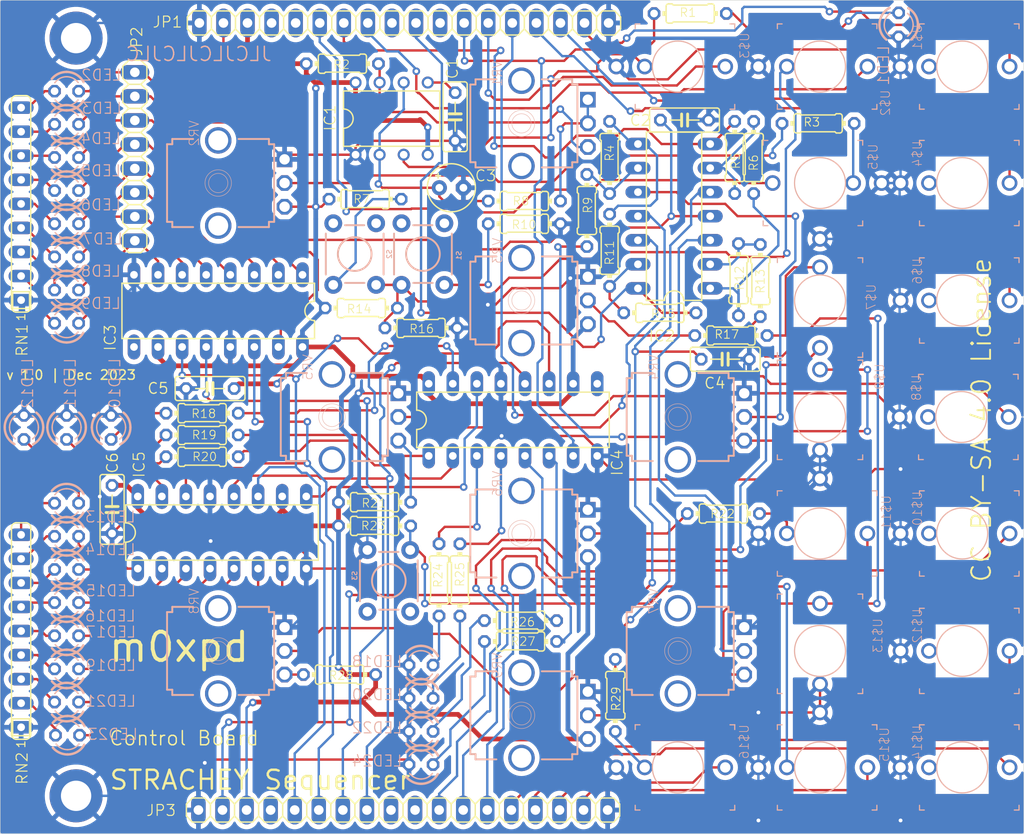
<source format=kicad_pcb>
(kicad_pcb (version 20221018) (generator pcbnew)
  (layers (0 "F.Cu" signal) (31 "B.Cu" signal) (34 "B.Paste" user) (35 "F.Paste" user) (36 "B.SilkS" user "B.Silkscreen") (37 "F.SilkS" user "F.Silkscreen") (38 "B.Mask" user) (39 "F.Mask" user) (44 "Edge.Cuts" user))
  (net 0 "")
  (net 1 "GND")
  (net 2 "Net-(IC6-THR)")
  (net 3 "Net-(IC6-CV)")
  (net 4 "/G2")
  (net 5 "/G3")
  (net 6 "/G4")
  (net 7 "/G5")
  (net 8 "/G6")
  (net 9 "/G7")
  (net 10 "/G8")
  (net 12 "Net-(IC2A-QB)")
  (net 13 "Net-(IC2A-QC)")
  (net 14 "Net-(IC2A-QD)")
  (net 15 "Net-(IC2A-QE)")
  (net 16 "Net-(IC2A-QF)")
  (net 17 "Net-(IC2A-QG)")
  (net 18 "Net-(IC2A-QH)")
  (net 19 "Net-(IC2A-QH*)")
  (net 20 "Net-(IC2A-QA)")
  (net 21 "Net-(IC3A-QB)")
  (net 22 "Net-(IC3A-QC)")
  (net 23 "Net-(IC3A-QD)")
  (net 24 "Net-(IC3A-QE)")
  (net 25 "Net-(IC3A-QF)")
  (net 26 "Net-(IC3A-QG)")
  (net 28 "Net-(IC3A-QA)")
  (net 29 "Net-(IC6-Q)")
  (net 30 "Net-(IC6-DIS)")
  (net 31 "Net-(IC7A-OUT)")
  (net 32 "Net-(IC7A--IN)")
  (net 33 "Net-(IC7A-+IN)")
  (net 34 "Net-(IC7B-+IN)")
  (net 35 "Net-(IC7B--IN)")
  (net 36 "+12V")
  (net 37 "+5V")
  (net 38 "-12V")
  (net 39 "Net-(IC7C-OUT)")
  (net 40 "Net-(IC7C--IN)")
  (net 41 "Net-(IC7C-+IN)")
  (net 42 "Net-(IC7D-+IN)")
  (net 43 "Net-(IC7D--IN)")
  (net 48 "EVOLVE")
  (net 49 "Net-(LED1-C)")
  (net 50 "Net-(LED2-C)")
  (net 51 "Net-(LED3-C)")
  (net 52 "Net-(LED4-C)")
  (net 53 "Net-(LED5-C)")
  (net 54 "Net-(LED6-C)")
  (net 55 "Net-(LED7-C)")
  (net 56 "Net-(LED8-C)")
  (net 57 "Net-(LED9-C)")
  (net 58 "Net-(LED10-C)")
  (net 59 "Net-(LED11-C)")
  (net 60 "Net-(LED12-C)")
  (net 61 "Net-(LED13-C)")
  (net 62 "Net-(LED14-C)")
  (net 63 "Net-(LED15-C)")
  (net 64 "Net-(LED16-C)")
  (net 65 "Net-(LED17-PadA)")
  (net 66 "Net-(LED18-PadA)")
  (net 67 "Net-(LED19-PadA)")
  (net 68 "Net-(LED20-PadA)")
  (net 69 "Net-(LED21-PadA)")
  (net 70 "Net-(LED22-PadA)")
  (net 71 "Net-(LED23-PadA)")
  (net 72 "Net-(LED24-PadA)")
  (net 73 "Net-(VR9-S)")
  (net 74 "Net-(U$13-SWITCH)")
  (net 75 "Net-(VR1-A)")
  (net 76 "Net-(U$9-TIP)")
  (net 77 "Net-(VR7-E)")
  (net 78 "Net-(U$10-TIP)")
  (net 79 "Net-(VR8-E)")
  (net 80 "Net-(S2-2)")
  (net 81 "Net-(R55-Pad1)")
  (net 82 "Net-(S1-2)")
  (net 83 "Net-(S3-2)")
  (net 84 "Net-(VR2-S)")
  (net 85 "Net-(U$6-SWITCH)")
  (net 86 "Net-(VR4-S)")
  (net 87 "Net-(U$8-SWITCH)")
  (net 88 "Net-(VR3-S)")
  (net 89 "Net-(U$7-SWITCH)")
  (net 94 "CLK_IN")
  (net 96 "MODE")
  (net 97 "/G1")
  (net 98 "DACAOUT")
  (net 99 "DACYOUT")
  (net 100 "DACBOUT")
  (net 101 "X1GATE")
  (net 102 "X2GATE")
  (net 103 "G1OUT")
  (net 104 "CYCLEOUT")
  (net 105 "TUNE")
  (net 106 "DENSITY")
  (net 107 "LENGTH")
  (net 108 "TURING")
  (net 109 "WRITE")
  (net 110 "SPAN")
  (net 111 "CYCLE_0")
  (net 112 "DAC_SCK")
  (net 113 "LATCHPIN")
  (net 114 "DAC_SDI")
  (net 115 "LATCHPIN2")
  (footprint "control board:DIL16" (layer "F.Cu") (at 118.1 111.3)
    (fp_text reference "IC5")
    (fp_text value "74HC595N" hide)
  )
  (footprint "control board:SIL9" (layer "F.Cu") (at 96.9 121.7 90)
    (fp_text reference "RN2")
    (fp_text value "~")
  )
  (footprint "control board:0204_7" (layer "F.Cu") (at 150 76.3)
    (fp_text reference "R8")
    (fp_text value "~" hide)
  )
  (footprint "control board:0204_7" (layer "F.Cu") (at 159.6 128.5 -90)
    (fp_text reference "R29")
    (fp_text value "1k" hide)
  )
  (footprint "control board:0204_7" (layer "F.Cu") (at 167.5 56.5 180)
    (fp_text reference "R1")
    (fp_text value "~" hide)
  )
  (footprint "control board:1X08" (layer "F.Cu") (at 108.9 71.6 -90)
    (fp_text reference "JP2")
    (fp_text value "~")
  )
  (footprint "control board:1X18" (layer "F.Cu") (at 137.2 140.6)
    (fp_text reference "JP3")
    (fp_text value "~")
  )
  (footprint "control board:DIL14" (layer "F.Cu") (at 165.8 77.9 90)
    (fp_text reference "IC2")
    (fp_text value "TL084P" hide)
  )
  (footprint "control board:0204_7" (layer "F.Cu") (at 139.1 89.7)
    (fp_text reference "R16")
    (fp_text value "22k" hide)
  )
  (footprint "control board:C050-025X075" (layer "F.Cu") (at 166.9 67.75)
    (fp_text reference "C2")
    (fp_text value "0.1" hide)
  )
  (footprint "control board:0204_7" (layer "F.Cu") (at 174.2 71.7 90)
    (fp_text reference "R6")
    (fp_text value "100k" hide)
  )
  (footprint "control board:SIL9" (layer "F.Cu") (at 96.9 76.6 90)
    (fp_text reference "RN1")
    (fp_text value "~")
  )
  (footprint "control board:0204_7" (layer "F.Cu") (at 116 101)
    (fp_text reference "R19")
    (fp_text value "~" hide)
  )
  (footprint "control board:DIL16" (layer "F.Cu") (at 148.8 99.4)
    (fp_text reference "IC4")
    (fp_text value "74HC595N" hide)
  )
  (footprint "MountingHole:MountingHole_3.2mm_M3_DIN965_Pad_TopBottom" (layer "F.Cu") (at 102.7 59.1)
    (fp_text reference "H1" hide)
    (fp_text value "MountingHole_Pad" hide)
  )
  (footprint "control board:0204_7" (layer "F.Cu") (at 116 98.7)
    (fp_text reference "R18")
    (fp_text value "~" hide)
  )
  (footprint "control board:C050-025X075" (layer "F.Cu") (at 171.2 93 180)
    (fp_text reference "C4")
    (fp_text value "0.1" hide)
  )
  (footprint "control board:DIL16" (layer "F.Cu") (at 117.7 87.9 180)
    (fp_text reference "IC3")
    (fp_text value "74HC595N" hide)
  )
  (footprint "control board:DIL08" (layer "F.Cu") (at 136 67.6)
    (fp_text reference "IC1")
    (fp_text value "LM555N" hide)
  )
  (footprint "control board:0204_7" (layer "F.Cu") (at 134.2 108.1 180)
    (fp_text reference "R21")
    (fp_text value "100k" hide)
  )
  (footprint "control board:0204_7" (layer "F.Cu") (at 159 81.5 -90)
    (fp_text reference "R11")
    (fp_text value "100k" hide)
  )
  (footprint "control board:0204_7" (layer "F.Cu") (at 134.2 110.6)
    (fp_text reference "R23")
    (fp_text value "22k" hide)
  )
  (footprint "control board:0204_7" (layer "F.Cu") (at 164.3 88.1)
    (fp_text reference "R15")
    (fp_text value "100k" hide)
  )
  (footprint "control board:0204_7" (layer "F.Cu") (at 141 116.3 90)
    (fp_text reference "R24")
    (fp_text value "~" hide)
  )
  (footprint "control board:0204_7" (layer "F.Cu") (at 181 68.1)
    (fp_text reference "R3")
    (fp_text value "1k" hide)
  )
  (footprint "control board:0204_7" (layer "F.Cu") (at 143.2 116.3 90)
    (fp_text reference "R25")
    (fp_text value "~" hide)
  )
  (footprint "control board:0204_7" (layer "F.Cu") (at 149.6 120.6)
    (fp_text reference "R26")
    (fp_text value "~" hide)
  )
  (footprint "MountingHole:MountingHole_3.2mm_M3_DIN965_Pad_TopBottom" (layer "F.Cu") (at 102.7 139.1)
    (fp_text reference "H2" hide)
    (fp_text value "MountingHole_Pad" hide)
  )
  (footprint "control board:0204_7" (layer "F.Cu") (at 132.8 87.6)
    (fp_text reference "R14")
    (fp_text value "22k" hide)
  )
  (footprint "control board:E2,5-5" (layer "F.Cu") (at 142.3 74.9)
    (fp_text reference "C3")
    (fp_text value "4u7" hide)
  )
  (footprint "control board:0204_7" (layer "F.Cu") (at 171.8 90.5)
    (fp_text reference "R17")
    (fp_text value "1k" hide)
  )
  (footprint "control board:0204_7" (layer "F.Cu") (at 130.5 126.3)
    (fp_text reference "R28")
    (fp_text value "100k" hide)
  )
  (footprint "control board:C050-025X075" (layer "F.Cu") (at 142.7 67.4 -90)
    (fp_text reference "C1")
    (fp_text value "0.1" hide)
  )
  (footprint "control board:1X18" (layer "F.Cu") (at 137.3 57.5)
    (fp_text reference "JP1")
    (fp_text value "~")
  )
  (footprint "control board:0204_7" (layer "F.Cu") (at 130.8 61.8 180)
    (fp_text reference "R2")
    (fp_text value "1k" hide)
  )
  (footprint "control board:0204_7" (layer "F.Cu") (at 116 103.3)
    (fp_text reference "R20")
    (fp_text value "~" hide)
  )
  (footprint "control board:0204_7" (layer "F.Cu") (at 159 71.7 -90)
    (fp_text reference "R4")
    (fp_text value "47k" hide)
  )
  (footprint "control board:0204_7" (layer "F.Cu") (at 172.2 71.7 90)
    (fp_text reference "R5")
    (fp_text value "100k" hide)
  )
  (footprint "control board:0204_7" (layer "F.Cu") (at 150 78.7)
    (fp_text reference "R10")
    (fp_text value "1k" hide)
  )
  (footprint "control board:0204_7" (layer "F.Cu") (at 172.6 84.6 90)
    (fp_text reference "R12")
    (fp_text value "47k" hide)
  )
  (footprint "control board:0204_7" (layer "F.Cu") (at 171 109.3)
    (fp_text reference "R22")
    (fp_text value "1k" hide)
  )
  (footprint "control board:0204_7" (layer "F.Cu") (at 156.6 77.3 -90)
    (fp_text reference "R9")
    (fp_text value "47k" hide)
  )
  (footprint "control board:0204_7" (layer "F.Cu") (at 149.6 122.8)
    (fp_text reference "R27")
    (fp_text value "~" hide)
  )
  (footprint "control board:C050-025X075" (layer "F.Cu") (at 116.84 96.1 180)
    (fp_text reference "C5")
    (fp_text value "0.1" hide)
  )
  (footprint "control board:0204_7" (layer "F.Cu") (at 174.9 84.7 -90)
    (fp_text reference "R13")
    (fp_text value "47k" hide)
  )
  (footprint "control board:C050-025X075" (layer "F.Cu") (at 106.5 108.86 -90)
    (fp_text reference "C6")
    (fp_text value "0.1" hide)
  )
  (footprint "control board:0204_7" (layer "F.Cu") (at 133.2 76.1)
    (fp_text reference "R7")
    (fp_text value "1k" hide)
  )
  (footprint "control board:LED3MM" (layer "B.Cu") (at 97.2 100.2 90)
    (fp_text reference "LED12")
    (fp_text value "~")
  )
  (footprint "control board:LED3MM" (layer "B.Cu") (at 101.7 111.7 180)
    (fp_text reference "LED14")
    (fp_text value "~")
  )
  (footprint "control board:LED3MM" (layer "B.Cu") (at 101.7 118.7 180)
    (fp_text reference "LED16")
    (fp_text value "~")
  )
  (footprint "control board:LED3MM" (layer "B.Cu") (at 139.1 132.3 180)
    (fp_text reference "LED22")
    (fp_text value "~")
  )
  (footprint "control board:LED3MM" (layer "B.Cu") (at 106.4 100.2 90)
    (fp_text reference "LED10")
    (fp_text value "~")
  )
  (footprint "control board:WQP-PJ301M-12_JACK" (layer "B.Cu") (at 181.2 74.4 -90)
    (fp_text reference "U$5")
    (fp_text value "THONKICONN_JACK" hide)
  )
  (footprint "control board:LED3MM" (layer "B.Cu") (at 101.7 78.7 180)
    (fp_text reference "LED6")
    (fp_text value "~")
  )
  (footprint "control board:WQP-PJ301M-12_JACK" (layer "B.Cu") (at 166.2 62.1 90)
    (fp_text reference "U$3")
    (fp_text value "THONKICONN_JACK" hide)
  )
  (footprint "control board:WQP-PJ301M-12_JACK" (layer "B.Cu") (at 196.2 74.4 90)
    (fp_text reference "U$4")
    (fp_text value "THONKICONN_JACK" hide)
  )
  (footprint "control board:LED3MM" (layer "B.Cu") (at 101.7 122.2 180)
    (fp_text reference "LED17")
    (fp_text value "~")
  )
  (footprint "control board:LED3MM" (layer "B.Cu") (at 101.7 71.7 180)
    (fp_text reference "LED4")
    (fp_text value "~")
  )
  (footprint "control board:9MM_SNAP-IN_POT" (layer "B.Cu") (at 129.7 99.1 -90)
    (fp_text reference "VR5")
    (fp_text value "B100k" hide)
  )
  (footprint "control board:LED3MM" (layer "B.Cu") (at 139.1 135.8 180)
    (fp_text reference "LED24")
    (fp_text value "~")
  )
  (footprint "control board:WQP-PJ301M-12_JACK" (layer "B.Cu") (at 196.2 86.8 90)
    (fp_text reference "U$6")
    (fp_text value "THONKICONN_JACK" hide)
  )
  (footprint "control board:WQP-PJ301M-12_JACK" (layer "B.Cu") (at 196.2 136.1 90)
    (fp_text reference "U$14")
    (fp_text value "THONKICONN_JACK" hide)
  )
  (footprint "control board:WQP-PJ301M-12_JACK" (layer "B.Cu") (at 181.2 123.8 180)
    (fp_text reference "U$13")
    (fp_text value "THONKICONN_JACK" hide)
  )
  (footprint "control board:WQP-PJ301M-12_JACK" (layer "B.Cu") (at 181.2 136.1 90)
    (fp_text reference "U$15")
    (fp_text value "THONKICONN_JACK" hide)
  )
  (footprint "control board:TACTILE_SWITCH_PTH_6.0MM" (layer "B.Cu") (at 139.3 81.9 90)
    (fp_text reference "S1")
    (fp_text value "MOMENTARY-SWITCH-SPST-PTH-6.0MM" hide)
  )
  (footprint "control board:WQP-PJ301M-12_JACK" (layer "B.Cu") (at 181.2 111.4 90)
    (fp_text reference "U$11")
    (fp_text value "THONKICONN_JACK" hide)
  )
  (footprint "control board:LED3MM" (layer "B.Cu") (at 101.7 115.2 180)
    (fp_text reference "LED15")
    (fp_text value "~")
  )
  (footprint "control board:LED3MM" (layer "B.Cu") (at 101.7 64.7 180)
    (fp_text reference "LED2")
    (fp_text value "~")
  )
  (footprint "control board:9MM_SNAP-IN_POT" (layer "B.Cu") (at 117.7 74.4 -90)
    (fp_text reference "VR2")
    (fp_text value "B100k")
  )
  (footprint "control board:WQP-PJ301M-12_JACK" (layer "B.Cu") (at 196.2 123.8 90)
    (fp_text reference "U$12")
    (fp_text value "THONKICONN_JACK" hide)
  )
  (footprint "control board:WQP-PJ301M-12_JACK" (layer "B.Cu") (at 196.2 62.1 90)
    (fp_text reference "U$1")
    (fp_text value "THONKICONN_JACK" hide)
  )
  (footprint "control board:LED3MM" (layer "B.Cu") (at 189.5 57.7 -90)
    (fp_text reference "LED1")
    (fp_text value "~")
  )
  (footprint "control board:LED3MM" (layer "B.Cu") (at 101.7 100.2 90)
    (fp_text reference "LED11")
    (fp_text value "~")
  )
  (footprint "control board:WQP-PJ301M-12_JACK" (layer "B.Cu") (at 181.2 99.1 180)
    (fp_text reference "U$9")
    (fp_text value "THONKICONN_JACK" hide)
  )
  (footprint "control board:LED3MM" (layer "B.Cu") (at 101.8 132.7 180)
    (fp_text reference "LED23")
    (fp_text value "~")
  )
  (footprint "control board:9MM_SNAP-IN_POT" (layer "B.Cu") (at 166.2 99.1 -90)
    (fp_text reference "VR4")
    (fp_text value "B100k" hide)
  )
  (footprint "control board:TACTILE_SWITCH_PTH_6.0MM" (layer "B.Cu") (at 135.7 116.4 -90)
    (fp_text reference "S3")
    (fp_text value "MOMENTARY-SWITCH-SPST-PTH-6.0MM" hide)
  )
  (footprint "control board:LED3MM" (layer "B.Cu") (at 139.1 125.3 180)
    (fp_text reference "LED18")
    (fp_text value "~")
  )
  (footprint "control board:LED3MM" (layer "B.Cu") (at 101.7 129.2 180)
    (fp_text reference "LED21")
    (fp_text value "~")
  )
  (footprint "control board:LED3MM" (layer "B.Cu") (at 101.7 85.7 180)
    (fp_text reference "LED8")
    (fp_text value "~")
  )
  (footprint "control board:LED3MM" (layer "B.Cu") (at 139.1 128.8 180)
    (fp_text reference "LED20")
    (fp_text value "~")
  )
  (footprint "control board:9MM_SNAP-IN_POT" (layer "B.Cu") (at 149.7 130.6 -90)
    (fp_text reference "VR9")
    (fp_text value "B100k" hide)
  )
  (footprint "control board:9MM_SNAP-IN_POT" (layer "B.Cu") (at 149.7 86.8 -90)
    (fp_text reference "VR3")
    (fp_text value "B100k" hide)
  )
  (footprint "control board:LED3MM" (layer "B.Cu") (at 101.7 89.2 180)
    (fp_text reference "LED9")
    (fp_text value "~")
  )
  (footprint "control board:WQP-PJ301M-12_JACK" (layer "B.Cu") (at 181.2 86.8)
    (fp_text reference "U$7")
    (fp_text value "THONKICONN_JACK" hide)
  )
  (footprint "control board:LED3MM" (layer "B.Cu") (at 101.7 68.2 180)
    (fp_text reference "LED3")
    (fp_text value "~")
  )
  (footprint "control board:9MM_SNAP-IN_POT" (layer "B.Cu") (at 149.7 68.1 -90)
    (fp_text reference "VR1")
    (fp_text value "A100k" hide)
  )
  (footprint "control board:WQP-PJ301M-12_JACK" (layer "B.Cu") (at 196.1 99.1 90)
    (fp_text reference "U$8")
    (fp_text value "THONKICONN_JACK" hide)
  )
  (footprint "control board:WQP-PJ301M-12_JACK" (layer "B.Cu") (at 166.2 136.1 90)
    (fp_text reference "U$16")
    (fp_text value "THONKICONN_JACK" hide)
  )
  (footprint "control board:LED3MM" (layer "B.Cu") (at 101.7 82.2 180)
    (fp_text reference "LED7")
    (fp_text value "~")
  )
  (footprint "control board:WQP-PJ301M-12_JACK" (layer "B.Cu") (at 181.2 62.1 90)
    (fp_text reference "U$2")
    (fp_text value "THONKICONN_JACK" hide)
  )
  (footprint "control board:LED3MM" (layer "B.Cu") (at 101.7 125.7 180)
    (fp_text reference "LED19")
    (fp_text value "~")
  )
  (footprint "control board:LED3MM" (layer "B.Cu") (at 101.7 108.2 180)
    (fp_text reference "LED13")
    (fp_text value "~")
  )
  (footprint "control board:9MM_SNAP-IN_POT" (layer "B.Cu") (at 117.7 123.8 -90)
    (fp_text reference "VR8")
    (fp_text value "B100k" hide)
  )
  (footprint "control board:9MM_SNAP-IN_POT" (layer "B.Cu") (at 166.2 123.8 -90)
    (fp_text reference "VR7")
    (fp_text value "B100k" hide)
  )
  (footprint "control board:LED3MM" (layer "B.Cu") (at 101.7 75.2 180)
    (fp_text reference "LED5")
    (fp_text value "~")
  )
  (footprint "control board:9MM_SNAP-IN_POT" (layer "B.Cu") (at 149.7 111.4 -90)
    (fp_text reference "VR6")
    (fp_text value "B100k" hide)
  )
  (footprint "control board:TACTILE_SWITCH_PTH_6.0MM" (layer "B.Cu") (at 132.1 81.9 90)
    (fp_text reference "S2")
    (fp_text value "MOMENTARY-SWITCH-SPST-PTH-6.0MM" hide)
  )
  (footprint "control board:WQP-PJ301M-12_JACK" (layer "B.Cu") (at 196.2 111.4 90)
    (fp_text reference "U$10")
    (fp_text value "THONKICONN_JACK" hide)
  )
  (gr_line (start 94.7 143.1) (end 202.7 143.1) (stroke (width 0.05)) (layer "Edge.Cuts"))
  (gr_line (start 202.7 143.1) (end 202.7 55.1) (stroke (width 0.05)) (layer "Edge.Cuts"))
  (gr_line (start 94.7 55.1) (end 94.7 143.1) (stroke (width 0.05)) (layer "Edge.Cuts"))
  (gr_line (start 202.7 55.1) (end 94.7 55.1) (stroke (width 0.05)) (layer "Edge.Cuts"))
  (gr_text "JLCJLCJLCJLC" (at 123.45 61.65) (layer "B.SilkS") (effects (font (size 1.5 1.5)) (justify left bottom mirror)))
  (gr_text "STRACHEY Sequencer" (at 106.1 138.6) (layer "F.SilkS") (effects (font (size 2 2) (thickness 0.25)) (justify left bottom)))
  (gr_text "Control Board" (at 106.1 133.9) (layer "F.SilkS") (effects (font (size 1.5 1.5)) (justify left bottom)))
  (gr_text "CC BY-SA 4.0 License" (at 199.4 116.7 90) (layer "F.SilkS") (effects (font (size 2 2) (thickness 0.2)) (justify left bottom)))
  (gr_text "m0xpd" (at 105.95 125.15) (layer "F.SilkS") (effects (font (size 3 3) (thickness 0.4)) (justify left bottom)))
  (gr_text "v 1.0 | Dec 2023" (at 95.25 95.25) (layer "F.SilkS") (effects (font (size 1 1)) (justify left bottom)))
  (segment (start 174.9 142) (end 189.4 142) (width 0.25) (layer "F.Cu") (net 1))
  (segment (start 109.9 112.2) (end 107.75 110.05) (width 0.25) (layer "F.Cu") (net 1))
  (segment (start 126.99 115.11) (end 131.49 115.11) (width 0.25) (layer "F.Cu") (net 1))
  (segment (start 187.9 60.3) (end 176.7 60.3) (width 0.25) (layer "F.Cu") (net 1))
  (segment (start 137.83 135.27) (end 116.63 135.27) (width 0.25) (layer "F.Cu") (net 1))
  (segment (start 159.4611 140.5586) (end 159.9586 140.5586) (width 0.25) (layer "F.Cu") (net 1))
  (segment (start 132.86 69.94) (end 142.7 69.94) (width 0.25) (layer "F.Cu") (net 1))
  (segment (start 132.5 96.6) (end 136.7 96.6) (width 0.25) (layer "F.Cu") (net 1))
  (segment (start 161.05 63.45) (end 165.15 63.45) (width 0.25) (layer "F.Cu") (net 1))
  (segment (start 96.9 135.5) (end 96.9 131.86) (width 0.25) (layer "F.Cu") (net 1))
  (segment (start 184.4 107.2) (end 187 104.6) (width 0.25) (layer "F.Cu") (net 1))
  (segment (start 179.4 107.2) (end 184.4 107.2) (width 0.25) (layer "F.Cu") (net 1))
  (segment (start 157.69 102.49) (end 157.69 103.21) (width 0.25) (layer "F.Cu") (net 1))
  (segment (start 155 84.3) (end 156.7 84.3) (width 0.25) (layer "F.Cu") (net 1))
  (segment (start 106.5 111.4) (end 107.75 110.15) (width 0.25) (layer "F.Cu") (net 1))
  (segment (start 131.49 115.11) (end 131.9 114.7) (width 0.25) (layer "F.Cu") (net 1))
  (segment (start 104.57 98.93) (end 101.7 98.93) (width 0.25) (layer "F.Cu") (net 1))
  (segment (start 147.6 101.1) (end 156.3 101.1) (width 0.25) (layer "F.Cu") (net 1))
  (segment (start 96.9 94.1) (end 96.9 86.76) (width 0.25) (layer "F.Cu") (net 1))
  (segment (start 125.19 71.41) (end 124.7 71.9) (width 0.25) (layer "F.Cu") (net 1))
  (segment (start 174.7 130.3) (end 181.2 130.3) (width 0.25) (layer "F.Cu") (net 1))
  (segment (start 177.9 105.7) (end 179.4 107.2) (width 0.25) (layer "F.Cu") (net 1))
  (segment (start 126.99 115.11) (end 126.99 113.69) (width 0.25) (layer "F.Cu") (net 1))
  (segment (start 114.3 96.1) (end 98.9 96.1) (width 0.25) (layer "F.Cu") (net 1))
  (segment (start 101.7 98.93) (end 97.2 98.93) (width 0.25) (layer "F.Cu") (net 1))
  (segment (start 165.175 63.425) (end 168.3 60.3) (width 0.25) (layer "F.Cu") (net 1))
  (segment (start 189.4 142) (end 189.7 141.7) (width 0.25) (layer "F.Cu") (net 1))
  (segment (start 148.7 85.5) (end 153.8 85.5) (width 0.25) (layer "F.Cu") (net 1))
  (segment (start 146.15 87.25) (end 146.95 87.25) (width 0.25) (layer "F.Cu") (net 1))
  (segment (start 160.3586 140.5586) (end 161.8 142) (width 0.25) (layer "F.Cu") (net 1))
  (segment (start 159.9586 140.5586) (end 160.3586 140.5586) (width 0.25) (layer "F.Cu") (net 1))
  (segment (start 165.15 63.45) (end 165.175 63.425) (width 0.25) (layer "F.Cu") (net 1))
  (segment (start 126.99 113.69) (end 125.5 112.2) (width 0.25) (layer "F.Cu") (net 1))
  (segment (start 116.2811 135.6189) (end 97.0189 135.6189) (width 0.25) (layer "F.Cu") (net 1))
  (segment (start 131.9 114.6882) (end 133.4394 113.1488) (width 0.25) (layer "F.Cu") (net 1))
  (segment (start 97.0189 135.6189) (end 96.9 135.5) (width 0.25) (layer "F.Cu") (net 1))
  (segment (start 131.9 114.7) (end 131.9 114.6882) (width 0.25) (layer "F.Cu") (net 1))
  (segment (start 181.2 130.3) (end 181.2 127.3) (width 0.25) (layer "F.Cu") (net 1))
  (segment (start 107.75 110.05) (end 105.2 107.5) (width 0.25) (layer "F.Cu") (net 1))
  (segment (start 159.7 62.1) (end 161.05 63.45) (width 0.25) (layer "F.Cu") (net 1))
  (segment (start 168.3 60.3) (end 176.7 60.3) (width 0.25) (layer "F.Cu") (net 1))
  (segment (start 132.19 71.41) (end 125.19 71.41) (width 0.25) (layer "F.Cu") (net 1))
  (segment (start 159.9172 140.6) (end 158.79 140.6) (width 0.25) (layer "F.Cu") (net 1))
  (segment (start 176.5 60.3) (end 174.7 62.1) (width 0.25) (layer "F.Cu") (net 1))
  (segment (start 173.2 96.6) (end 187.1 96.6) (width 0.25) (layer "F.Cu") (net 1))
  (segment (start 132.19 71.41) (end 132.19 70.61) (width 0.25) (layer "F.Cu") (net 1))
  (segment (start 156.3 101.1) (end 157.69 102.49) (width 0.25) (layer "F.Cu") (net 1))
  (segment (start 146.95 87.25) (end 148.7 85.5) (width 0.25) (layer "F.Cu") (net 1))
  (segment (start 153.8 85.5) (end 154.85 84.45) (width 0.25) (layer "F.Cu") (net 1))
  (segment (start 161.8 142) (end 174.4 142) (width 0.25) (layer "F.Cu") (net 1))
  (segment (start 159.9586 140.5586) (end 159.9172 140.6) (width 0.25) (layer "F.Cu") (net 1))
  (segment (start 174.4 142) (end 174.7 141.7) (width 0.25) (layer "F.Cu") (net 1))
  (segment (start 176.7 60.3) (end 176.5 60.3) (width 0.25) (layer "F.Cu") (net 1))
  (segment (start 187.1 96.6) (end 189.6 99.1) (width 0.25) (layer "F.Cu") (net 1))
  (segment (start 160.18 105.7) (end 177.9 105.7) (width 0.25) (layer "F.Cu") (net 1))
  (segment (start 174.7 141.7) (end 174.9 141.9) (width 0.25) (layer "F.Cu") (net 1))
  (segment (start 174.9 141.9) (end 174.9 142) (width 0.25) (layer "F.Cu") (net 1))
  (segment (start 132.19 70.61) (end 132.86 69.94) (width 0.25) (layer "F.Cu") (net 1))
  (segment (start 125.5 112.2) (end 116.9 112.2) (width 0.25) (layer "F.Cu") (net 1))
  (segment (start 106.4 98.93) (end 104.57 98.93) (width 0.25) (layer "F.Cu") (net 1))
  (segment (start 98.9 96.1) (end 96.9 94.1) (width 0.25) (layer "F.Cu") (net 1))
  (segment (start 189.7 62.1) (end 187.9 60.3) (width 0.25) (layer "F.Cu") (net 1))
  (segment (start 116.9 112.2) (end 109.9 112.2) (width 0.25) (layer "F.Cu") (net 1))
  (segment (start 157.69 103.21) (end 160.18 105.7) (width 0.25) (layer "F.Cu") (net 1))
  (segment (start 187 104.6) (end 189.7 104.6) (width 0.25) (layer "F.Cu") (net 1))
  (segment (start 154.85 84.45) (end 155 84.3) (width 0.25) (layer "F.Cu") (net 1))
  (segment (start 107.75 110.15) (end 107.75 110.05) (width 0.25) (layer "F.Cu") (net 1))
  (segment (start 116.63 135.27) (end 116.2811 135.6189) (width 0.25) (layer "F.Cu") (net 1))
  (via (at 147.6 101.1) (size 0.8) (drill 0.4) (layers "F.Cu" "B.Cu") (net 1))
  (via (at 116.2811 135.6189) (size 0.8) (drill 0.4) (layers "F.Cu" "B.Cu") (net 1))
  (via (at 146.15 87.25) (size 0.8) (drill 0.4) (layers "F.Cu" "B.Cu") (net 1))
  (via (at 189.7 104.6) (size 0.8) (drill 0.4) (layers "F.Cu" "B.Cu") (net 1))
  (via (at 104.57 98.93) (size 0.8) (drill 0.4) (layers "F.Cu" "B.Cu") (net 1))
  (via (at 189.7 141.7) (size 0.8) (drill 0.4) (layers "F.Cu" "B.Cu") (net 1))
  (via (at 154.85 84.45) (size 0.8) (drill 0.4) (layers "F.Cu" "B.Cu") (net 1))
  (via (at 105.2 107.5) (size 0.8) (drill 0.4) (layers "F.Cu" "B.Cu") (net 1))
  (via (at 116.9 112.2) (size 0.8) (drill 0.4) (layers "F.Cu" "B.Cu") (net 1))
  (via (at 132.5 96.6) (size 0.8) (drill 0.4) (layers "F.Cu" "B.Cu") (net 1))
  (via (at 174.7 141.7) (size 0.8) (drill 0.4) (layers "F.Cu" "B.Cu") (net 1))
  (via (at 174.7 130.3) (size 0.8) (drill 0.4) (layers "F.Cu" "B.Cu") (net 1))
  (segment (start 154.9 84.4) (end 154.9 78.7) (width 0.25) (layer "B.Cu") (net 1))
  (segment (start 115.61 136.29) (end 115.61 140.6) (width 0.25) (layer "B.Cu") (net 1))
  (segment (start 173.2 93.54) (end 173.74 93) (width 0.25) (layer "B.Cu") (net 1))
  (segment (start 156.7 108.9) (end 156.7 107.6) (width 0.25) (layer "B.Cu") (net 1))
  (segment (start 154.9 78.7) (end 153.81 78.7) (width 0.25) (layer "B.Cu") (net 1))
  (segment (start 146.1 87.4) (end 146.2 87.3) (width 0.25) (layer "B.Cu") (net 1))
  (segment (start 181.2 80.3) (end 189.6 80.3) (width 0.25) (layer "B.Cu") (net 1))
  (segment (start 107.2 86.9) (end 107 86.9) (width 0.25) (layer "B.Cu") (net 1))
  (segment (start 108.81 84.09) (end 108.81 85.29) (width 0.25) (layer "B.Cu") (net 1))
  (segment (start 137.83 135.27) (end 137.83 133) (width 0.25) (layer "B.Cu") (net 1))
  (segment (start 115.71 57.5) (end 104.3 57.5) (width 0.25) (layer "B.Cu") (net 1))
  (segment (start 118.97 89.17) (end 118.97 91.71) (width 0.25) (layer "B.Cu") (net 1))
  (segment (start 115.1 127.4) (end 116.8 125.7) (width 0.25) (layer "B.Cu") (net 1))
  (segment (start 116.2811 130.7811) (end 115.1 129.6) (width 0.25) (layer "B.Cu") (net 1))
  (segment (start 104.5 99) (end 104.57 98.93) (width 0.25) (layer "B.Cu") (net 1))
  (segment (start 137.83 125.3) (end 137.83 128.8) (width 0.25) (layer "B.Cu") (net 1))
  (segment (start 158.89 61.29) (end 159.7 62.1) (width 0.25) (layer "B.Cu") (net 1))
  (segment (start 115.1 129.6) (end 115.1 127.4) (width 0.25) (layer "B.Cu") (net 1))
  (segment (start 137.83 135.27) (end 137.83 135.8) (width 0.25) (layer "B.Cu") (net 1))
  (segment (start 105.2 107.5) (end 105.2 107) (width 0.25) (layer "B.Cu") (net 1))
  (segment (start 142.91 89.7) (end 145.3 89.7) (width 0.25) (layer "B.Cu") (net 1))
  (segment (start 120.8 125.7) (end 122.7 123.8) (width 0.25) (layer "B.Cu") (net 1))
  (segment (start 158.79 137.01) (end 159.7 136.1) (width 0.25) (layer "B.Cu") (net 1))
  (segment (start 189.6 99.1) (end 189.6 80.3) (width 0.25) (layer "B.Cu") (net 1))
  (segment (start 116.83 112.13) (end 116.83 107.49) (width 0.25) (layer "B.Cu") (net 1))
  (segment (start 156.7 128.1) (end 158.2 129.6) (width 0.25) (layer "B.Cu") (net 1))
  (segment (start 189.7 99.2) (end 189.6 99.1) (width 0.25) (layer "B.Cu") (net 1))
  (segment (start 158.89 57.5) (end 158.89 61.29) (width 0.25) (layer "B.Cu") (net 1))
  (segment (start 146.1 92.6) (end 147.53 94.03) (width 0.25) (layer "B.Cu") (net 1))
  (segment (start 169.44 67.75) (end 169.44 67.06) (width 0.25) (layer "B.Cu") (net 1))
  (segment (start 154.85 84.45) (end 154.9 84.4) (width 0.25) (layer "B.Cu") (net 1))
  (segment (start 108.81 85.29) (end 107.2 86.9) (width 0.25) (layer "B.Cu") (net 1))
  (segment (start 180.5 105.6) (end 181.2 105.6) (width 0.25) (layer "B.Cu") (net 1))
  (segment (start 126.99 115.11) (end 126.99 119.49) (width 0.25) (layer "B.Cu") (net 1))
  (segment (start 122.7 122.1) (end 123.5 121.3) (width 0.25) (layer "B.Cu") (net 1))
  (segment (start 116.9 112.2) (end 116.83 112.13) (width 0.25) (layer "B.Cu") (net 1))
  (segment (start 107 86.9) (end 106.86 86.76) (width 0.25) (layer "B.Cu") (net 1))
  (segment (start 136.7 96.6) (end 136.7 95.4) (width 0.25) (layer "B.Cu") (net 1))
  (segment (start 104.5 106.3) (end 104.5 99) (width 0.25) (layer "B.Cu") (net 1))
  (segment (start 143.57 84.77) (end 143.57 74.9) (width 0.25) (layer "B.Cu") (net 1))
  (segment (start 187.7 74.4) (end 189.7 74.4) (width 0.25) (layer "B.Cu") (net 1))
  (segment (start 133.4394 113.1488) (end 133.4394 108.3394) (width 0.25) (layer "B.Cu") (net 1))
  (segment (start 189.5 61.9) (end 189.7 62.1) (width 0.25) (layer "B.Cu") (net 1))
  (segment (start 143.57 74.9) (end 143.57 70.81) (width 0.25) (layer "B.Cu") (net 1))
  (segment (start 115.71 62.39) (end 115.71 57.5) (width 0.25) (layer "B.Cu") (net 1))
  (segment (start 124.7 71.9) (end 115.7 62.9) (width 0.25) (layer "B.Cu") (net 1))
  (segment (start 146.1 90.5) (end 146.1 87.4) (width 0.25) (layer "B.Cu") (net 1))
  (segment (start 116.2811 135.6189) (end 115.61 136.29) (width 0.25) (layer "B.Cu") (net 1))
  (segment (start 132.5 107.4) (end 132.5 96.6) (width 0.25) (layer "B.Cu") (net 1))
  (segment (start 141.1 89.7) (end 142.91 89.7) (width 0.25) (layer "B.Cu") (net 1))
  (segment (start 189.6 74.5) (end 189.7 74.4) (width 0.25) (layer "B.Cu") (net 1))
  (segment (start 173.9 121.3) (end 173.2 121.3) (width 0.25) (layer "B.Cu") (net 1))
  (segment (start 133.4394 108.3394) (end 132.5 107.4) (width 0.25) (layer "B.Cu") (net 1))
  (segment (start 106.86 86.76) (end 96.9 86.76) (width 0.25) (layer "B.Cu") (net 1))
  (segment (start 104.3 57.5) (end 102.7 59.1) (width 0.25) (layer "B.Cu") (net 1))
  (segment (start 108.5 140.6) (end 115.61 140.6) (width 0.25) (layer "B.Cu") (net 1))
  (segment (start 189.7 123.8) (end 189.7 111.4) (width 0.25) (layer "B.Cu") (net 1))
  (segment (start 158.79 140.6) (end 158.79 137.01) (width 0.25) (layer "B.Cu") (net 1))
  (segment (start 105.2 107) (end 104.5 106.3) (width 0.25) (layer "B.Cu") (net 1))
  (segment (start 189.6 80.3) (end 189.6 74.5) (width 0.25) (layer "B.Cu") (net 1))
  (segment (start 174.7 130.3) (end 174.7 120.5) (width 0.25) (layer "B.Cu") (net 1))
  (segment (start 158.2 129.6) (end 158.2 134.6) (width 0.25) (layer "B.Cu") (net 1))
  (segment (start 174.3 62.1) (end 174.7 62.1) (width 0.25) (layer "B.Cu") (net 1))
  (segment (start 173.6 62.9) (end 173.6 62.8) (width 0.25) (layer "B.Cu") (net 1))
  (segment (start 107 139.1) (end 108.5 140.6) (width 0.25) (layer "B.Cu") (net 1))
  (segment (start 115.7 62.4) (end 115.71 62.39) (width 0.25) (layer "B.Cu") (net 1))
  (segment (start 147.6 101.1) (end 147.53 101.03) (width 0.25) (layer "B.Cu") (net 1))
  (segment (start 136.7 95.4) (end 140.3 91.8) (width 0.25) (layer "B.Cu") (net 1))
  (segment (start 189.7 74.4) (end 189.7 62.1) (width 0.25) (layer "B.Cu") (net 1))
  (segment (start 108.81 84.09) (end 108.81 84.91) (width 0.25) (layer "B.Cu") (net 1))
  (segment (start 189.7 141.7) (end 189.7 136.1) (width 0.25) (layer "B.Cu") (net 1))
  (segment (start 174.7 136.1) (end 174.7 130.3) (width 0.25) (layer "B.Cu") (net 1))
  (segment (start 147.53 94.03) (end 147.53 95.59) (width 0.25) (layer "B.Cu") (net 1))
  (segment (start 143.57 70.81) (end 142.7 69.94) (width 0.25) (layer "B.Cu") (net 1))
  (segment (start 169.44 67.06) (end 173.6 62.9) (width 0.25) (layer "B.Cu") (net 1))
  (segment (start 115.7 62.9) (end 115.7 62.4) (width 0.25) (layer "B.Cu") (net 1))
  (segment (start 189.7 111.4) (end 189.7 104.6) (width 0.25) (layer "B.Cu") (net 1))
  (segment (start 181.2 105.6) (end 181.2 102.6) (width 0.25) (layer "B.Cu") (net 1))
  (segment (start 127.1 119.6) (end 125.4 121.3) (width 0.25) (layer "B.Cu") (net 1))
  (segment (start 173.2 96.6) (end 173.2 93.54) (width 0.25) (layer "B.Cu") (net 1))
  (segment (start 146.1 90.5) (end 146.1 92.6) (width 0.25) (layer "B.Cu") (net 1))
  (segment (start 189.7 136.1) (end 189.7 123.8) (width 0.25) (layer "B.Cu") (net 1))
  (segment (start 146.2 87.3) (end 146.15 87.25) (width 0.25) (layer "B.Cu") (net 1))
  (segment (start 111.4 87.5) (end 117.3 87.5) (width 0.25) (layer "B.Cu") (net 1))
  (segment (start 123.5 121.3) (end 124.7 121.3) (width 0.25) (layer "B.Cu") (net 1))
  (segment (start 174.7 120.5) (end 173.9 121.3) (width 0.25) (layer "B.Cu") (net 1))
  (segment (start 174.7 111.4) (end 174.7 120.5) (width 0.25) (layer "B.Cu") (net 1))
  (segment (start 122.7 123.8) (end 122.7 122.1) (width 0.25) (layer "B.Cu") (net 1))
  (segment (start 117.3 87.5) (end 118.97 89.17) (width 0.25) (layer "B.Cu") (net 1))
  (segment (start 173.6 62.8) (end 174.3 62.1) (width 0.25) (layer "B.Cu") (net 1))
  (segment (start 147.53 101.03) (end 147.53 95.59) (width 0.25) (layer "B.Cu") (net 1))
  (segment (start 140.3 91.8) (end 140.3 90.5) (width 0.25) (layer "B.Cu") (net 1))
  (segment (start 189.5 58.97) (end 189.5 61.9) (width 0.25) (layer "B.Cu") (net 1))
  (segment (start 189.7 104.6) (end 189.7 99.2) (width 0.25) (layer "B.Cu") (net 1))
  (segment (start 97.2 87.06) (end 96.9 86.76) (width 0.25) (layer "B.Cu") (net 1))
  (segment (start 140.3 90.5) (end 141.1 89.7) (width 0.25) (layer "B.Cu") (net 1))
  (segment (start 174.7 111.4) (end 180.5 105.6) (width 0.25) (layer "B.Cu") (net 1))
  (segment (start 156.7 107.6) (end 157.69 106.61) (width 0.25) (layer "B.Cu") (net 1))
  (segment (start 157.69 106.61) (end 157.69 103.21) (width 0.25) (layer "B.Cu") (net 1))
  (segment (start 116.8 125.7) (end 120.8 125.7) (width 0.25) (layer "B.Cu") (net 1))
  (segment (start 102.7 139.1) (end 107 139.1) (width 0.25) (layer "B.Cu") (net 1))
  (segment (start 137.83 133) (end 137.83 128.7) (width 0.25) (layer "B.Cu") (net 1))
  (segment (start 108.81 84.91) (end 111.4 87.5) (width 0.25) (layer "B.Cu") (net 1))
  (segment (start 145.3 89.7) (end 146.1 90.5) (width 0.25) (layer "B.Cu") (net 1))
  (segment (start 143.57 84.77) (end 146.05 87.25) (width 0.25) (layer "B.Cu") (net 1))
  (segment (start 116.2811 135.6189) (end 116.2811 130.7811) (width 0.25) (layer "B.Cu") (net 1))
  (segment (start 158.2 134.6) (end 159.7 136.1) (width 0.25) (layer "B.Cu") (net 1))
  (segment (start 174.7 141.7) (end 174.7 136.1) (width 0.25) (layer "B.Cu") (net 1))
  (segment (start 126.99 119.49) (end 127.1 119.6) (width 0.25) (layer "B.Cu") (net 1))
  (segment (start 97.2 98.93) (end 97.2 87.06) (width 0.25) (layer "B.Cu") (net 1))
  (segment (start 146.05 87.25) (end 146.15 87.25) (width 0.25) (layer "B.Cu") (net 1))
  (segment (start 125.4 121.3) (end 124.7 121.3) (width 0.25) (layer "B.Cu") (net 1))
  (segment (start 141.5 76.3) (end 141.03 75.83) (width 0.25) (layer "F.Cu") (net 2))
  (segment (start 135 74.9) (end 134.6 74.5) (width 0.25) (layer "F.Cu") (net 2))
  (segment (start 146.19 76.3) (end 141.5 76.3) (width 0.25) (layer "F.Cu") (net 2))
  (segment (start 141.03 74.9) (end 135 74.9) (width 0.25) (layer "F.Cu") (net 2))
  (segment (start 141.03 75.83) (end 141.03 74.9) (width 0.25) (layer "F.Cu") (net 2))
  (via (at 134.6 74.5) (size 0.8) (drill 0.4) (layers "F.Cu" "B.Cu") (net 2))
  (segment (start 137.3 66.6) (end 137.27 66.57) (width 0.25) (layer "B.Cu") (net 2))
  (segment (start 134.73 74.37) (end 134.73 71.41) (width 0.25) (layer "B.Cu") (net 2))
  (segment (start 134.73 69.17) (end 137.3 66.6) (width 0.25) (layer "B.Cu") (net 2))
  (segment (start 134.6 74.5) (end 134.73 74.37) (width 0.25) (layer "B.Cu") (net 2))
  (segment (start 137.27 66.57) (end 137.27 63.79) (width 0.25) (layer "B.Cu") (net 2))
  (segment (start 134.73 71.41) (end 134.73 69.17) (width 0.25) (layer "B.Cu") (net 2))
  (segment (start 139.81 63.79) (end 141.63 63.79) (width 0.25) (layer "F.Cu") (net 3))
  (segment (start 141.63 63.79) (end 142.7 64.86) (width 0.25) (layer "F.Cu") (net 3))
  (segment (start 105.92 65.25) (end 102.97 68.2) (width 0.25) (layer "F.Cu") (net 4))
  (segment (start 121.4 78.9) (end 121.4 77.1) (width 0.25) (layer "F.Cu") (net 4))
  (segment (start 108.9 65.25) (end 105.92 65.25) (width 0.25) (layer "F.Cu") (net 4))
  (segment (start 111.5 66.2) (end 110.55 65.25) (width 0.25) (layer "F.Cu") (net 4))
  (segment (start 126.59 84.09) (end 121.4 78.9) (width 0.25) (layer "F.Cu") (net 4))
  (segment (start 111.5 67.2) (end 111.5 66.2) (width 0.25) (layer "F.Cu") (net 4))
  (segment (start 121.4 77.1) (end 111.5 67.2) (width 0.25) (layer "F.Cu") (net 4))
  (segment (start 110.55 65.25) (end 108.9 65.25) (width 0.25) (layer "F.Cu") (net 4))
  (segment (start 124.05 84.09) (end 124.05 82.95) (width 0.25) (layer "F.Cu") (net 5))
  (segment (start 106.88 67.79) (end 102.97 71.7) (width 0.25) (layer "F.Cu") (net 5))
  (segment (start 120.1 77.2) (end 110.69 67.79) (width 0.25) (layer "F.Cu") (net 5))
  (segment (start 120.1 79) (end 120.1 77.2) (width 0.25) (layer "F.Cu") (net 5))
  (segment (start 110.69 67.79) (end 108.9 67.79) (width 0.25) (layer "F.Cu") (net 5))
  (segment (start 124.05 82.95) (end 120.1 79) (width 0.25) (layer "F.Cu") (net 5))
  (segment (start 108.9 67.79) (end 106.88 67.79) (width 0.25) (layer "F.Cu") (net 5))
  (segment (start 114.5 74.5) (end 110.33 70.33) (width 0.25) (layer "F.Cu") (net 6))
  (segment (start 117.4 81.4) (end 114.5 78.5) (width 0.25) (layer "F.Cu") (net 6))
  (segment (start 119.9 81.4) (end 117.4 81.4) (width 0.25) (layer "F.Cu") (net 6))
  (segment (start 102.97 75.2) (end 107.84 70.33) (width 0.25) (layer "F.Cu") (net 6))
  (segment (start 121.51 83.01) (end 119.9 81.4) (width 0.25) (layer "F.Cu") (net 6))
  (segment (start 121.51 84.09) (end 121.51 83.01) (width 0.25) (layer "F.Cu") (net 6))
  (segment (start 107.84 70.33) (end 108.9 70.33) (width 0.25) (layer "F.Cu") (net 6))
  (segment (start 114.5 78.5) (end 114.5 74.5) (width 0.25) (layer "F.Cu") (net 6))
  (segment (start 110.33 70.33) (end 108.9 70.33) (width 0.25) (layer "F.Cu") (net 6))
  (segment (start 118.97 84.09) (end 118.97 84.07) (width 0.25) (layer "F.Cu") (net 7))
  (segment (start 113.5 78.6) (end 113.5 76.7) (width 0.25) (layer "F.Cu") (net 7))
  (segment (start 113.5 76.7) (end 109.67 72.87) (width 0.25) (layer "F.Cu") (net 7))
  (segment (start 108.8 72.87) (end 108.9 72.87) (width 0.25) (layer "F.Cu") (net 7))
  (segment (start 109.67 72.87) (end 108.9 72.87) (width 0.25) (layer "F.Cu") (net 7))
  (segment (start 118.97 84.07) (end 113.5 78.6) (width 0.25) (layer "F.Cu") (net 7))
  (segment (start 102.97 78.7) (end 108.8 72.87) (width 0.25) (layer "F.Cu") (net 7))
  (segment (start 107.79 75.41) (end 108.9 75.41) (width 0.25) (layer "F.Cu") (net 8))
  (segment (start 112.4 79.4) (end 112.4 77.7) (width 0.25) (layer "F.Cu") (net 8))
  (segment (start 105.7 79.47) (end 105.7 77.5) (width 0.25) (layer "F.Cu") (net 8))
  (segment (start 105.7 77.5) (end 107.79 75.41) (width 0.25) (layer "F.Cu") (net 8))
  (segment (start 112.4 77.7) (end 110.11 75.41) (width 0.25) (layer "F.Cu") (net 8))
  (segment (start 116.43 83.43) (end 112.4 79.4) (width 0.25) (layer "F.Cu") (net 8))
  (segment (start 102.97 82.2) (end 105.7 79.47) (width 0.25) (layer "F.Cu") (net 8))
  (segment (start 116.43 84.09) (end 116.43 83.43) (width 0.25) (layer "F.Cu") (net 8))
  (segment (start 110.11 75.41) (end 108.9 75.41) (width 0.25) (layer "F.Cu") (net 8))
  (segment (start 106.6 78) (end 106.65 77.95) (width 0.25) (layer "F.Cu") (net 9))
  (segment (start 102.97 85.7) (end 106.6 82.07) (width 0.25) (layer "F.Cu") (net 9))
  (segment (start 109.95 77.95) (end 108.9 77.95) (width 0.25) (layer "F.Cu") (net 9))
  (segment (start 106.65 77.95) (end 108.9 77.95) (width 0.25) (layer "F.Cu") (net 9))
  (segment (start 113.89 82.79) (end 111.3 80.2) (width 0.25) (layer "F.Cu") (net 9))
  (segment (start 106.6 82.07) (end 106.6 78) (width 0.25) (layer "F.Cu") (net 9))
  (segment (start 111.3 80.2) (end 111.3 79.3) (width 0.25) (layer "F.Cu") (net 9))
  (segment (start 111.3 79.3) (end 109.95 77.95) (width 0.25) (layer "F.Cu") (net 9))
  (segment (start 113.89 84.09) (end 113.89 82.79) (width 0.25) (layer "F.Cu") (net 9))
  (segment (start 107.3 84.87) (end 107.3 82.09) (width 0.25) (layer "F.Cu") (net 10))
  (segment (start 102.97 89.2) (end 107.3 84.87) (width 0.25) (layer "F.Cu") (net 10))
  (segment (start 108.9 80.49) (end 108.91 80.49) (width 0.25) (layer "F.Cu") (net 10))
  (segment (start 109 80.4) (end 109.1 80.4) (width 0.25) (layer "F.Cu") (net 10))
  (segment (start 111.35 82.65) (end 111.35 84.09) (width 0.25) (layer "F.Cu") (net 10))
  (segment (start 108.91 80.49) (end 109 80.4) (width 0.25) (layer "F.Cu") (net 10))
  (segment (start 107.3 82.09) (end 108.9 80.49) (width 0.25) (layer "F.Cu") (net 10))
  (segment (start 109.1 80.4) (end 111.35 82.65) (width 0.25) (layer "F.Cu") (net 10))
  (segment (start 105.9 112.9) (end 103.3 112.9) (width 0.25) (layer "F.Cu") (net 12))
  (segment (start 108.11 115.11) (end 105.9 112.9) (width 0.25) (layer "F.Cu") (net 12))
  (segment (start 103.3 112.9) (end 102.97 112.57) (width 0.25) (layer "F.Cu") (net 12))
  (segment (start 109.21 115.11) (end 108.11 115.11) (width 0.25) (layer "F.Cu") (net 12))
  (segment (start 102.97 112.57) (end 102.97 111.7) (width 0.25) (layer "F.Cu") (net 12))
  (segment (start 108.7 117.6) (end 110.5 117.6) (width 0.25) (layer "F.Cu") (net 13))
  (segment (start 106.25 115.15) (end 108.7 117.6) (width 0.25) (layer "F.Cu") (net 13))
  (segment (start 106.2 115.2) (end 106.25 115.15) (width 0.25) (layer "F.Cu") (net 13))
  (segment (start 110.5 117.6) (end 111.75 116.35) (width 0.25) (layer "F.Cu") (net 13))
  (segment (start 102.97 115.2) (end 106.2 115.2) (width 0.25) (layer "F.Cu") (net 13))
  (segment (start 111.75 116.35) (end 111.75 115.11) (width 0.25) (layer "F.Cu") (net 13))
  (segment (start 114.29 115.71) (end 114.29 115.11) (width 0.25) (layer "F.Cu") (net 14))
  (segment (start 111.3 118.7) (end 114.29 115.71) (width 0.25) (layer "F.Cu") (net 14))
  (segment (start 102.97 118.7) (end 111.3 118.7) (width 0.25) (layer "F.Cu") (net 14))
  (segment (start 115.7 117) (end 114.8 117) (width 0.25) (layer "F.Cu") (net 15))
  (segment (start 114.8 117) (end 109.6 122.2) (width 0.25) (layer "F.Cu") (net 15))
  (segment (start 116.83 115.11) (end 116.83 115.87) (width 0.25) (layer "F.Cu") (net 15))
  (segment (start 109.6 122.2) (end 102.97 122.2) (width 0.25) (layer "F.Cu") (net 15))
  (segment (start 116.83 115.87) (end 115.7 117) (width 0.25) (layer "F.Cu") (net 15))
  (segment (start 116.4 117.2) (end 118.1 117.2) (width 0.25) (layer "F.Cu") (net 16))
  (segment (start 107.9 125.7) (end 116.4 117.2) (width 0.25) (layer "F.Cu") (net 16))
  (segment (start 119.37 115.93) (end 119.37 115.11) (width 0.25) (layer "F.Cu") (net 16))
  (segment (start 102.97 125.7) (end 107.9 125.7) (width 0.25) (layer "F.Cu") (net 16))
  (segment (start 118.1 117.2) (end 119.37 115.93) (width 0.25) (layer "F.Cu") (net 16))
  (segment (start 114.2 121.4) (end 119.1 121.4) (width 0.25) (layer "F.Cu") (net 17))
  (segment (start 102.97 129.2) (end 106.4 129.2) (width 0.25) (layer "F.Cu") (net 17))
  (segment (start 121.91 118.59) (end 121.91 115.11) (width 0.25) (layer "F.Cu") (net 17))
  (segment (start 106.4 129.2) (end 114.2 121.4) (width 0.25) (layer "F.Cu") (net 17))
  (segment (start 119.1 121.4) (end 121.91 118.59) (width 0.25) (layer "F.Cu") (net 17))
  (segment (start 106.6 132.7) (end 115.9 123.4) (width 0.25) (layer "F.Cu") (net 18))
  (segment (start 103.07 132.7) (end 106.6 132.7) (width 0.25) (layer "F.Cu") (net 18))
  (segment (start 115.9 123.4) (end 119.4 123.4) (width 0.25) (layer "F.Cu") (net 18))
  (segment (start 119.4 123.4) (end 124.45 118.35) (width 0.25) (layer "F.Cu") (net 18))
  (segment (start 124.45 118.35) (end 124.45 115.11) (width 0.25) (layer "F.Cu") (net 18))
  (segment (start 128.61 107.49) (end 129.6 106.5) (width 0.25) (layer "F.Cu") (net 19))
  (segment (start 129.6 106.5) (end 143.6 106.5) (width 0.25) (layer "F.Cu") (net 19))
  (segment (start 126.99 107.49) (end 128.61 107.49) (width 0.25) (layer "F.Cu") (net 19))
  (via (at 143.6 106.5) (size 0.8) (drill 0.4) (layers "F.Cu" "B.Cu") (net 19))
  (segment (start 143.6 106.5) (end 143.7 106.4) (width 0.25) (layer "B.Cu") (net 19))
  (segment (start 144.99 100.11) (end 144.99 95.59) (width 0.25) (layer "B.Cu") (net 19))
  (segment (start 143.7 106.4) (end 143.7 101.4) (width 0.25) (layer "B.Cu") (net 19))
  (segment (start 143.7 101.4) (end 144.99 100.11) (width 0.25) (layer "B.Cu") (net 19))
  (segment (start 102.97 105.9) (end 103.97 104.9) (width 0.25) (layer "F.Cu") (net 20))
  (segment (start 110.3 104.9) (end 103.97 104.9) (width 0.25) (layer "F.Cu") (net 20))
  (segment (start 102.97 108.2) (end 102.97 105.9) (width 0.25) (layer "F.Cu") (net 20))
  (segment (start 111.75 107.49) (end 111.75 106.35) (width 0.25) (layer "F.Cu") (net 20))
  (segment (start 111.75 106.35) (end 110.3 104.9) (width 0.25) (layer "F.Cu") (net 20))
  (segment (start 139.91 103.21) (end 134.91 103.21) (width 0.25) (layer "F.Cu") (net 21))
  (segment (start 134.91 103.21) (end 132.7 101) (width 0.25) (layer "F.Cu") (net 21))
  (segment (start 132.7 101) (end 119.81 101) (width 0.25) (layer "F.Cu") (net 21))
  (segment (start 134.2 104.2) (end 131.6 101.6) (width 0.25) (layer "F.Cu") (net 22))
  (segment (start 127.4 101.6) (end 126.3 102.7) (width 0.25) (layer "F.Cu") (net 22))
  (segment (start 142.45 103.21) (end 142.45 104.35) (width 0.25) (layer "F.Cu") (net 22))
  (segment (start 120.41 102.7) (end 119.81 103.3) (width 0.25) (layer "F.Cu") (net 22))
  (segment (start 137.8 105.6) (end 136.4 104.2) (width 0.25) (layer "F.Cu") (net 22))
  (segment (start 136.4 104.2) (end 134.2 104.2) (width 0.25) (layer "F.Cu") (net 22))
  (segment (start 142.45 104.35) (end 141.2 105.6) (width 0.25) (layer "F.Cu") (net 22))
  (segment (start 126.3 102.7) (end 120.41 102.7) (width 0.25) (layer "F.Cu") (net 22))
  (segment (start 141.2 105.6) (end 137.8 105.6) (width 0.25) (layer "F.Cu") (net 22))
  (segment (start 131.6 101.6) (end 127.4 101.6) (width 0.25) (layer "F.Cu") (net 22))
  (segment (start 141.6 110.7) (end 141 111.3) (width 0.25) (layer "F.Cu") (net 23))
  (segment (start 145 110.7) (end 141.6 110.7) (width 0.25) (layer "F.Cu") (net 23))
  (segment (start 141 111.3) (end 141 112.49) (width 0.25) (layer "F.Cu") (net 23))
  (via (at 145 110.7) (size 0.8) (drill 0.4) (layers "F.Cu" "B.Cu") (net 23))
  (segment (start 145 110.7) (end 144.99 110.69) (width 0.25) (layer "B.Cu") (net 23))
  (segment (start 144.99 103.21) (end 144.99 110.69) (width 0.25) (layer "B.Cu") (net 23))
  (segment (start 143.2 112.49) (end 146.21 112.49) (width 0.25) (layer "F.Cu") (net 24))
  (segment (start 146.21 112.49) (end 147.6 111.1) (width 0.25) (layer "F.Cu") (net 24))
  (via (at 147.6 111.1) (size 0.8) (drill 0.4) (layers "F.Cu" "B.Cu") (net 24))
  (segment (start 147.6 111.1) (end 147.53 111.03) (width 0.25) (layer "B.Cu") (net 24))
  (segment (start 147.53 111.03) (end 147.53 103.21) (width 0.25) (layer "B.Cu") (net 24))
  (segment (start 153.41 120.6) (end 152.8 120.6) (width 0.25) (layer "B.Cu") (net 25))
  (segment (start 150.07 103.77) (end 151.9 105.6) (width 0.25) (layer "B.Cu") (net 25))
  (segment (start 150.07 103.21) (end 150.07 103.77) (width 0.25) (layer "B.Cu") (net 25))
  (segment (start 151.9 105.6) (end 151.9 119.7) (width 0.25) (layer "B.Cu") (net 25))
  (segment (start 152.8 120.6) (end 151.9 119.7) (width 0.25) (layer "B.Cu") (net 25))
  (segment (start 152.61 103.21) (end 153.4 104) (width 0.25) (layer "B.Cu") (net 26))
  (segment (start 154.9 119.2) (end 154.9 121.9) (width 0.25) (layer "B.Cu") (net 26))
  (segment (start 154.2 122.6) (end 154.2 122.9) (width 0.25) (layer "B.Cu") (net 26))
  (segment (start 154.2 122.9) (end 154.1 122.8) (width 0.25) (layer "B.Cu") (net 26))
  (segment (start 153.4 104) (end 153.4 117.7) (width 0.25) (layer "B.Cu") (net 26))
  (segment (start 154.9 121.9) (end 154.2 122.6) (width 0.25) (layer "B.Cu") (net 26))
  (segment (start 154.1 122.8) (end 153.41 122.8) (width 0.25) (layer "B.Cu") (net 26))
  (segment (start 153.4 117.7) (end 154.9 119.2) (width 0.25) (layer "B.Cu") (net 26))
  (segment (start 135.3 91.6) (end 141.8 91.6) (width 0.25) (layer "F.Cu") (net 28))
  (segment (start 126 98.7) (end 126.3 98.4) (width 0.25) (layer "F.Cu") (net 28))
  (segment (start 126.3 98.4) (end 134.2 98.4) (width 0.25) (layer "F.Cu") (net 28))
  (segment (start 119.81 98.7) (end 126 98.7) (width 0.25) (layer "F.Cu") (net 28))
  (via (at 134.2 98.4) (size 0.8) (drill 0.4) (layers "F.Cu" "B.Cu") (net 28))
  (via (at 135.3 91.6) (size 0.8) (drill 0.4) (layers "F.Cu" "B.Cu") (net 28))
  (via (at 141.8 91.6) (size 0.8) (drill 0.4) (layers "F.Cu" "B.Cu") (net 28))
  (segment (start 134.2 96.5) (end 134.2 98.4) (width 0.25) (layer "B.Cu") (net 28))
  (segment (start 141.8 91.6) (end 142.45 92.25) (width 0.25) (layer "B.Cu") (net 28))
  (segment (start 133.6 95.9) (end 133.6 93.3) (width 0.25) (layer "B.Cu") (net 28))
  (segment (start 142.45 92.25) (end 142.45 95.59) (width 0.25) (layer "B.Cu") (net 28))
  (segment (start 133.6 95.9) (end 134.2 96.5) (width 0.25) (layer "B.Cu") (net 28))
  (segment (start 133.6 93.3) (end 135.3 91.6) (width 0.25) (layer "B.Cu") (net 28))
  (segment (start 137.27 71.41) (end 137.27 72.17) (width 0.25) (layer "F.Cu") (net 29))
  (segment (start 158.7 60.8) (end 161.4 60.8) (width 0.25) (layer "F.Cu") (net 29))
  (segment (start 157.7 62.6) (end 157.7 61.8) (width 0.25) (layer "F.Cu") (net 29))
  (segment (start 143.5 72.7) (end 146.6 69.6) (width 0.25) (layer "F.Cu") (net 29))
  (segment (start 152.8 63.4) (end 153.6 62.6) (width 0.25) (layer "F.Cu") (net 29))
  (segment (start 157.7 61.8) (end 158.7 60.8) (width 0.25) (layer "F.Cu") (net 29))
  (segment (start 153.6 62.6) (end 157.7 62.6) (width 0.25) (layer "F.Cu") (net 29))
  (segment (start 161.4 60.8) (end 162.7 62.1) (width 0.25) (layer "F.Cu") (net 29))
  (segment (start 137.8 72.7) (end 143.5 72.7) (width 0.25) (layer "F.Cu") (net 29))
  (segment (start 137.27 72.17) (end 137.8 72.7) (width 0.25) (layer "F.Cu") (net 29))
  (segment (start 146.6 69.6) (end 152.8 69.6) (width 0.25) (layer "F.Cu") (net 29))
  (via (at 152.8 69.6) (size 0.8) (drill 0.4) (layers "F.Cu" "B.Cu") (net 29))
  (via (at 152.8 63.4) (size 0.8) (drill 0.4) (layers "F.Cu" "B.Cu") (net 29))
  (segment (start 152.8 69.6) (end 152.8 63.4) (width 0.25) (layer "B.Cu") (net 29))
  (segment (start 139.7 66.9) (end 136.1 66.9) (width 0.25) (layer "F.Cu") (net 30))
  (segment (start 134.73 61.92) (end 134.61 61.8) (width 0.25) (layer "F.Cu") (net 30))
  (segment (start 152.4 68) (end 140.8 68) (width 0.25) (layer "F.Cu") (net 30))
  (segment (start 140.8 68) (end 139.7 66.9) (width 0.25) (layer "F.Cu") (net 30))
  (segment (start 136.1 66.9) (end 134.73 65.53) (width 0.25) (layer "F.Cu") (net 30))
  (segment (start 134.73 65.53) (end 134.73 63.79) (width 0.25) (layer "F.Cu") (net 30))
  (segment (start 134.73 63.79) (end 134.73 61.92) (width 0.25) (layer "F.Cu") (net 30))
  (segment (start 153.8 66.6) (end 152.4 68) (width 0.25) (layer "F.Cu") (net 30))
  (via (at 153.8 66.6) (size 0.8) (drill 0.4) (layers "F.Cu" "B.Cu") (net 30))
  (segment (start 155 67.8) (end 155 70) (width 0.25) (layer "B.Cu") (net 30))
  (segment (start 153.8 66.6) (end 155 67.8) (width 0.25) (layer "B.Cu") (net 30))
  (segment (start 155 70) (end 155.6 70.6) (width 0.25) (layer "B.Cu") (net 30))
  (segment (start 155.6 70.6) (end 156.7 70.6) (width 0.25) (layer "B.Cu") (net 30))
  (segment (start 172.02 85.52) (end 172.6 86.1) (width 0.25) (layer "B.Cu") (net 31))
  (segment (start 174.2 75.51) (end 174.2 76.9) (width 0.25) (layer "B.Cu") (net 31))
  (segment (start 172.6 85.2) (end 172.6 88.41) (width 0.25) (layer "B.Cu") (net 31))
  (segment (start 169.61 85.52) (end 172.02 85.52) (width 0.25) (layer "B.Cu") (net 31))
  (segment (start 176.8 81) (end 172.6 85.2) (width 0.25) (layer "B.Cu") (net 31))
  (segment (start 172.6 86.1) (end 172.6 88.41) (width 0.25) (layer "B.Cu") (net 31))
  (segment (start 176.8 79.5) (end 176.8 81) (width 0.25) (layer "B.Cu") (net 31))
  (segment (start 174.2 76.9) (end 176.8 79.5) (width 0.25) (layer "B.Cu") (net 31))
  (segment (start 174.9 80.89) (end 172.7 80.89) (width 0.25) (layer "B.Cu") (net 32))
  (segment (start 172.6 82.2) (end 172.6 80.79) (width 0.25) (layer "B.Cu") (net 32))
  (segment (start 172.7 80.89) (end 172.6 80.79) (width 0.25) (layer "B.Cu") (net 32))
  (segment (start 169.61 82.98) (end 171.82 82.98) (width 0.25) (layer "B.Cu") (net 32))
  (segment (start 171.82 82.98) (end 172.6 82.2) (width 0.25) (layer "B.Cu") (net 32))
  (segment (start 164.2 105.7) (end 165.9 107.4) (width 0.25) (layer "B.Cu") (net 33))
  (segment (start 167.16 80.44) (end 166.3 81.3) (width 0.25) (layer "B.Cu") (net 33))
  (segment (start 166.3 81.3) (end 166.3 90.6) (width 0.25) (layer "B.Cu") (net 33))
  (segment (start 169.61 80.44) (end 167.16 80.44) (width 0.25) (layer "B.Cu") (net 33))
  (segment (start 169.1 107.4) (end 170.8 109.1) (width 0.25) (layer "B.Cu") (net 33))
  (segment (start 170.7 123.6) (end 170.9 123.8) (width 0.25) (layer "B.Cu") (net 33))
  (segment (start 170.9 123.8) (end 173.2 123.8) (width 0.25) (layer "B.Cu") (net 33))
  (segment (start 170.8 109.1) (end 170.8 123.5) (width 0.25) (layer "B.Cu") (net 33))
  (segment (start 164.2 92.7) (end 164.2 105.7) (width 0.25) (layer "B.Cu") (net 33))
  (segment (start 166.3 90.6) (end 164.2 92.7) (width 0.25) (layer "B.Cu") (net 33))
  (segment (start 165.9 107.4) (end 169.1 107.4) (width 0.25) (layer "B.Cu") (net 33))
  (segment (start 170.8 123.5) (end 170.7 123.6) (width 0.25) (layer "B.Cu") (net 33))
  (segment (start 128.7 121.4) (end 138.8 121.4) (width 0.25) (layer "F.Cu") (net 34))
  (segment (start 142.1 122) (end 148.5 128.4) (width 0.25) (layer "F.Cu") (net 34))
  (segment (start 153.3 128.4) (end 161.2 120.5) (width 0.25) (layer "F.Cu") (net 34))
  (segment (start 138.8 121.4) (end 139.4 122) (width 0.25) (layer "F.Cu") (net 34))
  (segment (start 148.5 128.4) (end 153.3 128.4) (width 0.25) (layer "F.Cu") (net 34))
  (segment (start 124.7 123.8) (end 126.3 123.8) (width 0.25) (layer "F.Cu") (net 34))
  (segment (start 126.3 123.8) (end 128.7 121.4) (width 0.25) (layer "F.Cu") (net 34))
  (segment (start 139.4 122) (end 142.1 122) (width 0.25) (layer "F.Cu") (net 34))
  (via (at 161.2 120.5) (size 0.8) (drill 0.4) (layers "F.Cu" "B.Cu") (net 34))
  (segment (start 168.44 75.36) (end 169.61 75.36) (width 0.25) (layer "B.Cu") (net 34))
  (segment (start 163.3 108.3) (end 163.3 91.7) (width 0.25) (layer "B.Cu") (net 34))
  (segment (start 163.4 108.3) (end 163.3 108.3) (width 0.25) (layer "B.Cu") (net 34))
  (segment (start 167.6 78.8) (end 167.6 76.2) (width 0.25) (layer "B.Cu") (net 34))
  (segment (start 161.2 120.5) (end 165.3 116.4) (width 0.25) (layer "B.Cu") (net 34))
  (segment (start 165.4 89.6) (end 165.4 81) (width 0.25) (layer "B.Cu") (net 34))
  (segment (start 165.3 116.4) (end 165.3 110.2) (width 0.25) (layer "B.Cu") (net 34))
  (segment (start 165.4 81) (end 167.6 78.8) (width 0.25) (layer "B.Cu") (net 34))
  (segment (start 167.6 76.2) (end 168.44 75.36) (width 0.25) (layer "B.Cu") (net 34))
  (segment (start 165.3 110.2) (end 163.4 108.3) (width 0.25) (layer "B.Cu") (net 34))
  (segment (start 163.3 91.7) (end 165.4 89.6) (width 0.25) (layer "B.Cu") (net 34))
  (segment (start 169.61 72.82) (end 171.02 72.82) (width 0.25) (layer "B.Cu") (net 35))
  (segment (start 171.02 72.82) (end 172.2 74) (width 0.25) (layer "B.Cu") (net 35))
  (segment (start 174.2 69.2) (end 174.2 67.89) (width 0.25) (layer "B.Cu") (net 35))
  (segment (start 172.2 74) (end 172.2 75.51) (width 0.25) (layer "B.Cu") (net 35))
  (segment (start 169.61 72.82) (end 170.58 72.82) (width 0.25) (layer "B.Cu") (net 35))
  (segment (start 170.58 72.82) (end 174.2 69.2) (width 0.25) (layer "B.Cu") (net 35))
  (segment (start 165.5 77.9) (end 169.61 77.9) (width 0.25) (layer "F.Cu") (net 36))
  (segment (start 118.25 62.45) (end 118.2 62.5) (width 0.25) (layer "F.Cu") (net 36))
  (segment (start 148.5 80.6) (end 152.8 80.6) (width 0.25) (layer "F.Cu") (net 36))
  (segment (start 155.8 79.1) (end 164.3 79.1) (width 0.25) (layer "F.Cu") (net 36))
  (segment (start 118.2 62.5) (end 121.7 66) (width 0.25) (layer "F.Cu") (net 36))
  (segment (start 118.25 57.5) (end 118.25 62.45) (width 0.25) (layer "F.Cu") (net 36))
  (segment (start 164.3 79.1) (end 165.5 77.9) (width 0.25) (layer "F.Cu") (net 36))
  (segment (start 124.7 78.8) (end 126.3 80.4) (width 0.25) (layer "F.Cu") (net 36))
  (segment (start 152.8 80.6) (end 153.3 80.1) (width 0.25) (layer "F.Cu") (net 36))
  (segment (start 121.7 66) (end 121.7 74.5) (width 0.25) (layer "F.Cu") (net 36))
  (segment (start 154.8 80.1) (end 155.8 79.1) (width 0.25) (layer "F.Cu") (net 36))
  (segment (start 144.7 81.4) (end 147.7 81.4) (width 0.25) (layer "F.Cu") (net 36))
  (segment (start 121.7 74.5) (end 123.1 75.9) (width 0.25) (layer "F.Cu") (net 36))
  (segment (start 123.1 78.3) (end 123.6 78.8) (width 0.25) (layer "F.Cu") (net 36))
  (segment (start 123.6 78.8) (end 124.7 78.8) (width 0.25) (layer "F.Cu") (net 36))
  (segment (start 123.1 75.9) (end 123.1 78.3) (width 0.25) (layer "F.Cu") (net 36))
  (segment (start 126.3 80.4) (end 143.7 80.4) (width 0.25) (layer "F.Cu") (net 36))
  (segment (start 153.3 80.1) (end 154.8 80.1) (width 0.25) (layer "F.Cu") (net 36))
  (segment (start 143.7 80.4) (end 144.7 81.4) (width 0.25) (layer "F.Cu") (net 36))
  (segment (start 147.7 81.4) (end 148.5 80.6) (width 0.25) (layer "F.Cu") (net 36))
  (via (at 165.5 77.9) (size 0.8) (drill 0.4) (layers "F.Cu" "B.Cu") (net 36))
  (segment (start 165.5 77.9) (end 165.5 68.89) (width 0.25) (layer "B.Cu") (net 36))
  (segment (start 165.5 68.89) (end 164.36 67.75) (width 0.25) (layer "B.Cu") (net 36))
  (segment (start 131.9 93.7) (end 129.9 91.7) (width 0.5) (layer "F.Cu") (net 37))
  (segment (start 145.6 133.1) (end 143 130.5) (width 0.5) (layer "F.Cu") (net 37))
  (segment (start 128.59 76.9) (end 129.39 76.1) (width 0.25) (layer "F.Cu") (net 37))
  (segment (start 153.9 97.7) (end 155.15 96.45) (width 0.5) (layer "F.Cu") (net 37))
  (segment (start 123.9 95.6) (end 123.8 95.6) (width 0.5) (layer "F.Cu") (net 37))
  (segment (start 110.5 110) (end 123.4 110) (width 0.5) (layer "F.Cu") (net 37))
  (segment (start 132.19 63.79) (end 132.19 67.29) (width 0.5) (layer "F.Cu") (net 37))
  (segment (start 134.31 126.3) (end 131.2 126.3) (width 0.5) (layer "F.Cu") (net 37))
  (segment (start 119.38 96.1) (end 119.88 95.6) (width 0.5) (layer "F.Cu") (net 37))
  (segment (start 106.5 106.32) (end 108.04 106.32) (width 0.5) (layer "F.Cu") (net 37))
  (segment (start 134.31 127.69) (end 134.31 126.3) (width 0.5) (layer "F.Cu") (net 37))
  (segment (start 155.15 96.45) (end 155.15 95.59) (width 0.5) (layer "F.Cu") (net 37))
  (segment (start 124.45 108.85) (end 126.2 110.6) (width 0.5) (layer "F.Cu") (net 37))
  (segment (start 126.2 110.6) (end 130.39 110.6) (width 0.5) (layer "F.Cu") (net 37))
  (segment (start 132.19 63.79) (end 128.11 63.79) (width 0.5) (layer "F.Cu") (net 37))
  (segment (start 125.7 93.7) (end 126.59 92.81) (width 0.5) (layer "F.Cu") (net 37))
  (segment (start 139.12 94.8) (end 131.9 94.8) (width 0.5) (layer "F.Cu") (net 37))
  (segment (start 128 76.9) (end 128.59 76.9) (width 0.25) (layer "F.Cu") (net 37))
  (segment (start 139.91 95.59) (end 139.91 96.71) (width 0.5) (layer "F.Cu") (net 37))
  (segment (start 112.3 93.7) (end 125.7 93.7) (width 0.5) (layer "F.Cu") (net 37))
  (segment (start 128 63.9) (end 128 64.4) (width 0.5) (layer "F.Cu") (net 37))
  (segment (start 108.04 106.32) (end 109.21 107.49) (width 0.5) (layer "F.Cu") (net 37))
  (segment (start 124.45 107.49) (end 124.45 108.85) (width 0.5) (layer "F.Cu") (net 37))
  (segment (start 124.45 108.95) (end 124.45 107.49) (width 0.5) (layer "F.Cu") (net 37))
  (segment (start 120.79 60.29) (end 122.3 61.8) (width 0.5) (layer "F.Cu") (net 37))
  (segment (start 128.11 63.79) (end 128 63.9) (width 0.5) (layer "F.Cu") (net 37))
  (segment (start 132.9 129.1) (end 134.31 127.69) (width 0.5) (layer "F.Cu") (net 37))
  (segment (start 109.21 108.71) (end 110.5 110) (width 0.5) (layer "F.Cu") (net 37))
  (segment (start 122.3 61.8) (end 126.99 61.8) (width 0.5) (layer "F.Cu") (net 37))
  (segment (start 126.99 62.89) (end 126.99 61.8) (width 0.5) (layer "F.Cu") (net 37))
  (segment (start 132.7 67.8) (end 138.9 67.8) (width 0.5) (layer "F.Cu") (net 37))
  (segment (start 111.35 91.71) (end 111.35 92.75) (width 0.5) (layer "F.Cu") (net 37))
  (segment (start 109.21 107.49) (end 109.21 108.71) (width 0.5) (layer "F.Cu") (net 37))
  (segment (start 139.91 95.59) (end 139.12 94.8) (width 0.5) (layer "F.Cu") (net 37))
  (segment (start 138.9 67.8) (end 139 67.7) (width 0.5) (layer "F.Cu") (net 37))
  (segment (start 123.4 110) (end 124.45 108.95) (width 0.5) (layer "F.Cu") (net 37))
  (segment (start 129.59 91.71) (end 126.59 91.71) (width 0.5) (layer "F.Cu") (net 37))
  (segment (start 129.9 91.7) (end 129.6 91.7) (width 0.5) (layer "F.Cu") (net 37))
  (segment (start 156.7 133.1) (end 145.6 133.1) (width 0.5) (layer "F.Cu") (net 37))
  (segment (start 111.35 92.75) (end 112.3 93.7) (width 0.5) (layer "F.Cu") (net 37))
  (segment (start 139 67.7) (end 139.81 68.51) (width 0.5) (layer "F.Cu") (net 37))
  (segment (start 124.7 76.9) (end 128 76.9) (width 0.25) (layer "F.Cu") (net 37))
  (segment (start 130.39 110.6) (end 130.39 108.1) (width 0.5) (layer "F.Cu") (net 37))
  (segment (start 143 130.5) (end 134.3 130.5) (width 0.5) (layer "F.Cu") (net 37))
  (segment (start 132.19 67.29) (end 132.7 67.8) (width 0.5) (layer "F.Cu") (net 37))
  (segment (start 132.8 129.2) (end 132.9 129.1) (width 0.5) (layer "F.Cu") (net 37))
  (segment (start 126.59 92.81) (end 126.59 91.71) (width 0.5) (layer "F.Cu") (net 37))
  (segment (start 121.3 129.2) (end 132.8 129.2) (width 0.5) (layer "F.Cu") (net 37))
  (segment (start 140.9 97.7) (end 153.9 97.7) (width 0.5) (layer "F.Cu") (net 37))
  (segment (start 129.6 91.7) (end 129.59 91.71) (width 0.5) (layer "F.Cu") (net 37))
  (segment (start 131.2 126.3) (end 130.39 125.49) (width 0.5) (layer "F.Cu") (net 37))
  (segment (start 120.79 57.5) (end 120.79 60.29) (width 0.5) (layer "F.Cu") (net 37))
  (segment (start 131.9 94.8) (end 131.9 93.7) (width 0.5) (layer "F.Cu") (net 37))
  (segment (start 128 63.9) (end 126.99 62.89) (width 0.5) (layer "F.Cu") (net 37))
  (segment (start 134.3 130.5) (end 132.9 129.1) (width 0.5) (layer "F.Cu") (net 37))
  (segment (start 119.88 95.6) (end 123.9 95.6) (width 0.5) (layer "F.Cu") (net 37))
  (segment (start 139.91 96.71) (end 140.9 97.7) (width 0.5) (layer "F.Cu") (net 37))
  (via (at 128 76.9) (size 0.8) (drill 0.4) (layers "F.Cu" "B.Cu") (net 37))
  (via (at 123.9 95.6) (size 0.8) (drill 0.4) (layers "F.Cu" "B.Cu") (net 37))
  (via (at 130.39 125.49) (size 0.8) (drill 0.4) (layers "F.Cu" "B.Cu") (net 37))
  (via (at 131.9 94.8) (size 0.8) (drill 0.4) (layers "F.Cu" "B.Cu") (net 37))
  (via (at 139.81 68.51) (size 0.8) (drill 0.4) (layers "F.Cu" "B.Cu") (net 37))
  (via (at 121.35 129.25) (size 0.8) (drill 0.4) (layers "F.Cu" "B.Cu") (net 37))
  (via (at 128 64.4) (size 0.8) (drill 0.4) (layers "F.Cu" "B.Cu") (net 37))
  (segment (start 128 64.4) (end 127.99 64.41) (width 0.5) (layer "B.Cu") (net 37))
  (segment (start 130.7 100.3) (end 130.7 97) (width 0.5) (layer "B.Cu") (net 37))
  (segment (start 126.59 92.91) (end 126.59 91.71) (width 0.5) (layer "B.Cu") (net 37))
  (segment (start 156.7 133.1) (end 155.6 133.1) (width 0.5) (layer "B.Cu") (net 37))
  (segment (start 154.6 132.1) (end 154.6 124.1) (width 0.5) (layer "B.Cu") (net 37))
  (segment (start 127.99 76.1) (end 127.99 78.2) (width 0.5) (layer "B.Cu") (net 37))
  (segment (start 121.3 129.2) (end 121.35 129.25) (width 0.25) (layer "B.Cu") (net 37))
  (segment (start 155.15 95.59) (end 155.15 90.85) (width 0.5) (layer "B.Cu") (net 37))
  (segment (start 130.7 97) (end 131.9 95.8) (width 0.5) (layer "B.Cu") (net 37))
  (segment (start 155.6 133.1) (end 154.6 132.1) (width 0.5) (layer "B.Cu") (net 37))
  (segment (start 120.69 129.81) (end 120.69 140.6) (width 0.25) (layer "B.Cu") (net 37))
  (segment (start 131.9 95.8) (end 131.9 94.8) (width 0.5) (layer "B.Cu") (net 37))
  (segment (start 127.99 78.2) (end 127.99 86.6) (width 0.5) (layer "B.Cu") (net 37))
  (segment (start 156.7 122) (end 156.7 113.9) (width 0.5) (layer "B.Cu") (net 37))
  (segment (start 131.7 101.3) (end 130.7 100.3) (width 0.5) (layer "B.Cu") (net 37))
  (segment (start 130.39 125.49) (end 130.39 110.6) (width 0.5) (layer "B.Cu") (net 37))
  (segment (start 154.6 124.1) (end 156.7 122) (width 0.5) (layer "B.Cu") (net 37))
  (segment (start 130.39 106.61) (end 131.7 105.3) (width 0.5) (layer "B.Cu") (net 37))
  (segment (start 127.99 86.6) (end 128.99 87.6) (width 0.5) (layer "B.Cu") (net 37))
  (segment (start 131.7 105.3) (end 131.7 101.3) (width 0.5) (layer "B.Cu") (net 37))
  (segment (start 126.59 90) (end 128.99 87.6) (width 0.5) (layer "B.Cu") (net 37))
  (segment (start 123.9 95.6) (end 126.59 92.91) (width 0.5) (layer "B.Cu") (net 37))
  (segment (start 155.15 90.85) (end 156.7 89.3) (width 0.5) (layer "B.Cu") (net 37))
  (segment (start 139.81 68.51) (end 139.81 71.41) (width 0.5) (layer "B.Cu") (net 37))
  (segment (start 126.59 91.71) (end 126.59 90) (width 0.5) (layer "B.Cu") (net 37))
  (segment (start 121.3 129.2) (end 120.69 129.81) (width 0.25) (layer "B.Cu") (net 37))
  (segment (start 130.39 108.1) (end 130.39 106.61) (width 0.5) (layer "B.Cu") (net 37))
  (segment (start 127.99 64.41) (end 127.99 76.1) (width 0.5) (layer "B.Cu") (net 37))
  (segment (start 167.86 92.2) (end 161.7 92.2) (width 0.25) (layer "F.Cu") (net 38))
  (segment (start 118.8211 131.3211) (end 131.5789 131.3211) (width 0.25) (layer "F.Cu") (net 38))
  (segment (start 168.66 93) (end 167.86 92.2) (width 0.25) (layer "F.Cu") (net 38))
  (segment (start 162.2 117.9) (end 131.6 117.9) (width 0.25) (layer "F.Cu") (net 38))
  (segment (start 163.5 116.6) (end 162.2 117.9) (width 0.25) (layer "F.Cu") (net 38))
  (segment (start 131.6 117.9) (end 131.5 117.8) (width 0.25) (layer "F.Cu") (net 38))
  (via (at 161.7 92.2) (size 0.8) (drill 0.4) (layers "F.Cu" "B.Cu") (net 38))
  (via (at 131.5789 131.3211) (size 0.8) (drill 0.4) (layers "F.Cu" "B.Cu") (net 38))
  (via (at 118.8211 131.3211) (size 0.8) (drill 0.4) (layers "F.Cu" "B.Cu") (net 38))
  (via (at 131.5 117.8) (size 0.8) (drill 0.4) (layers "F.Cu" "B.Cu") (net 38))
  (via (at 163.5 116.6) (size 0.8) (drill 0.4) (layers "F.Cu" "B.Cu") (net 38))
  (segment (start 163.3 77.9) (end 161.99 77.9) (width 0.25) (layer "B.Cu") (net 38))
  (segment (start 131.5789 131.3211) (end 131.5789 117.8789) (width 0.25) (layer "B.Cu") (net 38))
  (segment (start 131.5789 117.8789) (end 131.5 117.8) (width 0.25) (layer "B.Cu") (net 38))
  (segment (start 164.8 79.4) (end 163.3 77.9) (width 0.25) (layer "B.Cu") (net 38))
  (segment (start 164.8 88.5) (end 164.8 79.4) (width 0.25) (layer "B.Cu") (net 38))
  (segment (start 161.7 108.5) (end 161.7 91.6) (width 0.25) (layer "B.Cu") (net 38))
  (segment (start 118.8211 131.3211) (end 118.15 131.9922) (width 0.25) (layer "B.Cu") (net 38))
  (segment (start 161.7 91.6) (end 164.8 88.5) (width 0.25) (layer "B.Cu") (net 38))
  (segment (start 163.5 116.6) (end 163.5 110.3) (width 0.25) (layer "B.Cu") (net 38))
  (segment (start 163.5 110.3) (end 161.7 108.5) (width 0.25) (layer "B.Cu") (net 38))
  (segment (start 118.15 140.6) (end 118.15 131.9922) (width 0.25) (layer "B.Cu") (net 38))
  (segment (start 161.39 70.28) (end 161.99 70.28) (width 0.25) (layer "B.Cu") (net 39))
  (segment (start 162.78 70.28) (end 161.99 70.28) (width 0.25) (layer "B.Cu") (net 39))
  (segment (start 164 71.5) (end 162.78 70.28) (width 0.25) (layer "B.Cu") (net 39))
  (segment (start 159 77.69) (end 159.89 76.8) (width 0.25) (layer "B.Cu") (net 39))
  (segment (start 163.3 76.8) (end 164 76.1) (width 0.25) (layer "B.Cu") (net 39))
  (segment (start 159 67.89) (end 161.39 70.28) (width 0.25) (layer "B.Cu") (net 39))
  (segment (start 164 76.1) (end 164 71.5) (width 0.25) (layer "B.Cu") (net 39))
  (segment (start 159.89 76.8) (end 163.3 76.8) (width 0.25) (layer "B.Cu") (net 39))
  (segment (start 156.98 73.49) (end 156.6 73.49) (width 0.25) (layer "B.Cu") (net 40))
  (segment (start 161.69 72.82) (end 161.99 72.82) (width 0.25) (layer "B.Cu") (net 40))
  (segment (start 159 75.51) (end 156.98 73.49) (width 0.25) (layer "B.Cu") (net 40))
  (segment (start 159 75.51) (end 161.69 72.82) (width 0.25) (layer "B.Cu") (net 40))
  (segment (start 167.3 76.6) (end 171.2 76.6) (width 0.25) (layer "F.Cu") (net 41))
  (segment (start 161.99 75.36) (end 166.06 75.36) (width 0.25) (layer "F.Cu") (net 41))
  (segment (start 173.2 99.1) (end 177 99.1) (width 0.25) (layer "F.Cu") (net 41))
  (segment (start 166.06 75.36) (end 167.3 76.6) (width 0.25) (layer "F.Cu") (net 41))
  (segment (start 172.5 77.9) (end 178.6 77.9) (width 0.25) (layer "F.Cu") (net 41))
  (segment (start 171.2 76.6) (end 172.5 77.9) (width 0.25) (layer "F.Cu") (net 41))
  (via (at 178.6 77.9) (size 0.8) (drill 0.4) (layers "F.Cu" "B.Cu") (net 41))
  (via (at 177 99.1) (size 0.8) (drill 0.4) (layers "F.Cu" "B.Cu") (net 41))
  (segment (start 177 84.2) (end 178.6 82.6) (width 0.25) (layer "B.Cu") (net 41))
  (segment (start 177 99.1) (end 177 84.2) (width 0.25) (layer "B.Cu") (net 41))
  (segment (start 178.6 82.6) (end 178.6 77.9) (width 0.25) (layer "B.Cu") (net 41))
  (segment (start 158 100.2) (end 160.3 97.9) (width 0.25) (layer "F.Cu") (net 42))
  (segment (start 136.7 99.1) (end 142 99.1) (width 0.25) (layer "F.Cu") (net 42))
  (segment (start 143.1 100.2) (end 158 100.2) (width 0.25) (layer "F.Cu") (net 42))
  (segment (start 142 99.1) (end 143.1 100.2) (width 0.25) (layer "F.Cu") (net 42))
  (via (at 160.3 97.9) (size 0.8) (drill 0.4) (layers "F.Cu" "B.Cu") (net 42))
  (segment (start 163.34 80.44) (end 161.99 80.44) (width 0.25) (layer "B.Cu") (net 42))
  (segment (start 164 81.1) (end 163.34 80.44) (width 0.25) (layer "B.Cu") (net 42))
  (segment (start 161.1 93.6) (end 160.8 93.3) (width 0.25) (layer "B.Cu") (net 42))
  (segment (start 164 88.3) (end 164 81.1) (width 0.25) (layer "B.Cu") (net 42))
  (segment (start 161.1 96.4) (end 161.1 93.6) (width 0.25) (layer "B.Cu") (net 42))
  (segment (start 160.8 93.3) (end 160.8 91.5) (width 0.25) (layer "B.Cu") (net 42))
  (segment (start 160.3 97.2) (end 161.1 96.4) (width 0.25) (layer "B.Cu") (net 42))
  (segment (start 160.3 97.9) (end 160.3 97.2) (width 0.25) (layer "B.Cu") (net 42))
  (segment (start 160.8 91.5) (end 164 88.3) (width 0.25) (layer "B.Cu") (net 42))
  (segment (start 159 85.31) (end 159 86.61) (width 0.25) (layer "F.Cu") (net 43))
  (segment (start 159 86.61) (end 160.49 88.1) (width 0.25) (layer "F.Cu") (net 43))
  (segment (start 159 85.31) (end 161.33 82.98) (width 0.25) (layer "B.Cu") (net 43))
  (segment (start 161.33 82.98) (end 161.99 82.98) (width 0.25) (layer "B.Cu") (net 43))
  (segment (start 185.6 138.5) (end 157.2 138.5) (width 0.25) (layer "F.Cu") (net 48))
  (segment (start 186.2 137.9) (end 185.6 138.5) (width 0.25) (layer "F.Cu") (net 48))
  (segment (start 186.2 136.1) (end 186.2 137.9) (width 0.25) (layer "F.Cu") (net 48))
  (segment (start 157.2 138.5) (end 156.25 139.45) (width 0.25) (layer "F.Cu") (net 48))
  (segment (start 156.25 139.45) (end 156.25 140.6) (width 0.25) (layer "F.Cu") (net 48))
  (segment (start 96.9 66.44) (end 97.66 66.44) (width 0.25) (layer "F.Cu") (net 49))
  (segment (start 97.66 66.44) (end 99.4 64.7) (width 0.25) (layer "F.Cu") (net 49))
  (segment (start 99.4 64.7) (end 100.43 64.7) (width 0.25) (layer "F.Cu") (net 49))
  (segment (start 99.65 68.98) (end 100.43 68.2) (width 0.25) (layer "F.Cu") (net 50))
  (segment (start 96.9 68.98) (end 99.65 68.98) (width 0.25) (layer "F.Cu") (net 50))
  (segment (start 96.9 71.52) (end 100.25 71.52) (width 0.25) (layer "F.Cu") (net 51))
  (segment (start 100.25 71.52) (end 100.43 71.7) (width 0.25) (layer "F.Cu") (net 51))
  (segment (start 99.29 74.06) (end 100.43 75.2) (width 0.25) (layer "F.Cu") (net 52))
  (segment (start 96.9 74.06) (end 99.29 74.06) (width 0.25) (layer "F.Cu") (net 52))
  (segment (start 96.9 76.6) (end 98.33 76.6) (width 0.25) (layer "F.Cu") (net 53))
  (segment (start 98.33 76.6) (end 100.43 78.7) (width 0.25) (layer "F.Cu") (net 53))
  (segment (start 97.37 79.14) (end 100.43 82.2) (width 0.25) (layer "F.Cu") (net 54))
  (segment (start 96.9 79.14) (end 97.37 79.14) (width 0.25) (layer "F.Cu") (net 54))
  (segment (start 100.43 84.43) (end 100.43 85.7) (width 0.25) (layer "F.Cu") (net 55))
  (segment (start 96.9 81.68) (end 97.68 81.68) (width 0.25) (layer "F.Cu") (net 55))
  (segment (start 97.68 81.68) (end 100.43 84.43) (width 0.25) (layer "F.Cu") (net 55))
  (segment (start 96.9 84.22) (end 97.02 84.22) (width 0.25) (layer "F.Cu") (net 56))
  (segment (start 97.02 84.22) (end 99.3 86.5) (width 0.25) (layer "F.Cu") (net 56))
  (segment (start 99.3 88.07) (end 100.43 89.2) (width 0.25) (layer "F.Cu") (net 56))
  (segment (start 99.3 86.5) (end 99.3 88.07) (width 0.25) (layer "F.Cu") (net 56))
  (segment (start 96.9 111.54) (end 96.9 109.1) (width 0.25) (layer "F.Cu") (net 57))
  (segment (start 96.9 109.1) (end 97.8 108.2) (width 0.25) (layer "F.Cu") (net 57))
  (segment (start 97.8 108.2) (end 100.43 108.2) (width 0.25) (layer "F.Cu") (net 57))
  (segment (start 99.6 111.7) (end 97.22 114.08) (width 0.25) (layer "F.Cu") (net 58))
  (segment (start 97.22 114.08) (end 96.9 114.08) (width 0.25) (layer "F.Cu") (net 58))
  (segment (start 100.43 111.7) (end 99.6 111.7) (width 0.25) (layer "F.Cu") (net 58))
  (segment (start 99.01 116.62) (end 100.43 115.2) (width 0.25) (layer "F.Cu") (net 59))
  (segment (start 96.9 116.62) (end 99.01 116.62) (width 0.25) (layer "F.Cu") (net 59))
  (segment (start 96.9 119.16) (end 97.44 119.16) (width 0.25) (layer "F.Cu") (net 60))
  (segment (start 97.44 119.16) (end 97.9 118.7) (width 0.25) (layer "F.Cu") (net 60))
  (segment (start 97.36 118.7) (end 96.9 119.16) (width 0.25) (layer "F.Cu") (net 60))
  (segment (start 100.43 118.7) (end 97.36 118.7) (width 0.25) (layer "F.Cu") (net 60))
  (segment (start 99.53 122.2) (end 99.03 121.7) (width 0.25) (layer "F.Cu") (net 61))
  (segment (start 100.43 122.2) (end 99.53 122.2) (width 0.25) (layer "F.Cu") (net 61))
  (segment (start 96.9 121.7) (end 99.03 121.7) (width 0.25) (layer "F.Cu") (net 61))
  (segment (start 96.9 124.24) (end 98.64 124.24) (width 0.25) (layer "F.Cu") (net 62))
  (segment (start 100.1 125.7) (end 99.4 125) (width 0.25) (layer "F.Cu") (net 62))
  (segment (start 99.4 125) (end 100.5 126.1) (width 0.25) (layer "F.Cu") (net 62))
  (segment (start 99.4 125) (end 98.64 124.24) (width 0.25) (layer "F.Cu") (net 62))
  (segment (start 100.43 125.7) (end 100.1 125.7) (width 0.25) (layer "F.Cu") (net 62))
  (segment (start 98.58 126.78) (end 99.1 127.3) (width 0.25) (layer "F.Cu") (net 63))
  (segment (start 100.43 129.2) (end 99.1 127.87) (width 0.25) (layer "F.Cu") (net 63))
  (segment (start 99.1 127.87) (end 99.1 127.3) (width 0.25) (layer "F.Cu") (net 63))
  (segment (start 96.9 126.78) (end 98.58 126.78) (width 0.25) (layer "F.Cu") (net 63))
  (segment (start 100.53 132.03) (end 97.82 129.32) (width 0.25) (layer "F.Cu") (net 64))
  (segment (start 100.53 132.7) (end 100.53 132.03) (width 0.25) (layer "F.Cu") (net 64))
  (segment (start 97.82 129.32) (end 96.9 129.32) (width 0.25) (layer "F.Cu") (net 64))
  (segment (start 109.17 98.7) (end 106.4 101.47) (width 0.25) (layer "F.Cu") (net 65))
  (segment (start 112.19 98.7) (end 109.17 98.7) (width 0.25) (layer "F.Cu") (net 65))
  (segment (start 103.13 102.9) (end 101.7 101.47) (width 0.25) (layer "F.Cu") (net 66))
  (segment (start 110.7822 102.4078) (end 107.9922 102.4078) (width 0.25) (layer "F.Cu") (net 66))
  (segment (start 107.5 102.9) (end 103.13 102.9) (width 0.25) (layer "F.Cu") (net 66))
  (segment (start 112.19 101) (end 110.7822 102.4078) (width 0.25) (layer "F.Cu") (net 66))
  (segment (start 107.9922 102.4078) (end 107.5 102.9) (width 0.25) (layer "F.Cu") (net 66))
  (segment (start 111.49 104) (end 99.73 104) (width 0.25) (layer "F.Cu") (net 67))
  (segment (start 99.73 104) (end 97.2 101.47) (width 0.25) (layer "F.Cu") (net 67))
  (segment (start 112.19 103.3) (end 111.49 104) (width 0.25) (layer "F.Cu") (net 67))
  (segment (start 141 124.67) (end 140.37 125.3) (width 0.25) (layer "B.Cu") (net 68))
  (segment (start 141 120.11) (end 141 124.67) (width 0.25) (layer "B.Cu") (net 68))
  (segment (start 140.37 128.7) (end 140.37 127.23) (width 0.25) (layer "B.Cu") (net 69))
  (segment (start 140.37 127.23) (end 143.2 124.4) (width 0.25) (layer "B.Cu") (net 69))
  (segment (start 143.2 124.4) (end 143.2 120.11) (width 0.25) (layer "B.Cu") (net 69))
  (segment (start 143.4 126.4) (end 144.3 125.5) (width 0.25) (layer "B.Cu") (net 70))
  (segment (start 143.4 128.9) (end 143.4 126.4) (width 0.25) (layer "B.Cu") (net 70))
  (segment (start 140.37 131.93) (end 143.4 128.9) (width 0.25) (layer "B.Cu") (net 70))
  (segment (start 144.3 125.5) (end 144.3 121.4) (width 0.25) (layer "B.Cu") (net 70))
  (segment (start 145.1 120.6) (end 145.79 120.6) (width 0.25) (layer "B.Cu") (net 70))
  (segment (start 144.3 121.4) (end 145.1 120.6) (width 0.25) (layer "B.Cu") (net 70))
  (segment (start 145.79 128.51) (end 145.79 122.8) (width 0.25) (layer "B.Cu") (net 71))
  (segment (start 140.37 135.8) (end 140.37 135.63) (width 0.25) (layer "B.Cu") (net 71))
  (segment (start 142.2 133.8) (end 142.2 132.1) (width 0.25) (layer "B.Cu") (net 71))
  (segment (start 140.6 135.4) (end 142.2 133.8) (width 0.25) (layer "B.Cu") (net 71))
  (segment (start 142.2 132.1) (end 145.79 128.51) (width 0.25) (layer "B.Cu") (net 71))
  (segment (start 140.37 135.63) (end 140.6 135.4) (width 0.25) (layer "B.Cu") (net 71))
  (segment (start 171.31 56.5) (end 172 56.5) (width 0.25) (layer "F.Cu") (net 72))
  (segment (start 172 56.5) (end 173.8 58.3) (width 0.25) (layer "F.Cu") (net 72))
  (segment (start 183.2 58.3) (end 184.2 57.3) (width 0.25) (layer "F.Cu") (net 72))
  (segment (start 173.8 58.3) (end 183.2 58.3) (width 0.25) (layer "F.Cu") (net 72))
  (via (at 184.2 57.3) (size 0.8) (drill 0.4) (layers "F.Cu" "B.Cu") (net 72))
  (segment (start 184.2 57.3) (end 185.07 56.43) (width 0.25) (layer "B.Cu") (net 72))
  (segment (start 185.07 56.43) (end 189.5 56.43) (width 0.25) (layer "B.Cu") (net 72))
  (segment (start 156.7 130.6) (end 158.5 130.6) (width 0.25) (layer "F.Cu") (net 73))
  (segment (start 159.6 129.5) (end 159.6 124.69) (width 0.25) (layer "F.Cu") (net 73))
  (segment (start 158.5 130.6) (end 159.6 129.5) (width 0.25) (layer "F.Cu") (net 73))
  (segment (start 159.6 132.31) (end 159.6 133) (width 0.25) (layer "B.Cu") (net 74))
  (segment (start 159.6 133) (end 162.7 136.1) (width 0.25) (layer "B.Cu") (net 74))
  (segment (start 153.81 68.71) (end 153.81 68.59) (width 0.25) (layer "F.Cu") (net 75))
  (segment (start 153.81 68.59) (end 154.3 68.1) (width 0.25) (layer "F.Cu") (net 75))
  (segment (start 154.3 68.1) (end 156.7 68.1) (width 0.25) (layer "F.Cu") (net 75))
  (via (at 153.81 68.71) (size 0.8) (drill 0.4) (layers "F.Cu" "B.Cu") (net 75))
  (segment (start 156.7 68.1) (end 156.7 65.6) (width 0.25) (layer "B.Cu") (net 75))
  (segment (start 153.81 76.3) (end 153.81 68.71) (width 0.25) (layer "B.Cu") (net 75))
  (segment (start 181.2024 88.6976) (end 187.3024 88.6976) (width 0.25) (layer "F.Cu") (net 76))
  (segment (start 174.9 88.51) (end 173.5 89.91) (width 0.25) (layer "F.Cu") (net 76))
  (segment (start 175.4 92.7) (end 177.2 92.7) (width 0.25) (layer "F.Cu") (net 76))
  (segment (start 181.2 118.8) (end 187.2 118.8) (width 0.25) (layer "F.Cu") (net 76))
  (segment (start 177.2 92.7) (end 181.2024 88.6976) (width 0.25) (layer "F.Cu") (net 76))
  (segment (start 173.2 126.3) (end 171.9 126.3) (width 0.25) (layer "F.Cu") (net 76))
  (segment (start 171 119.7) (end 171.9 118.8) (width 0.25) (layer "F.Cu") (net 76))
  (segment (start 171 125.4) (end 171 119.7) (width 0.25) (layer "F.Cu") (net 76))
  (segment (start 171.9 118.8) (end 181.2 118.8) (width 0.25) (layer "F.Cu") (net 76))
  (segment (start 171.9 126.3) (end 171 125.4) (width 0.25) (layer "F.Cu") (net 76))
  (segment (start 173.5 90.8) (end 175.4 92.7) (width 0.25) (layer "F.Cu") (net 76))
  (segment (start 173.5 89.91) (end 173.5 90.8) (width 0.25) (layer "F.Cu") (net 76))
  (via (at 187.3024 88.6976) (size 0.8) (drill 0.4) (layers "F.Cu" "B.Cu") (net 76))
  (via (at 187.2 118.8) (size 0.8) (drill 0.4) (layers "F.Cu" "B.Cu") (net 76))
  (segment (start 187.2 118.8) (end 187.3024 118.6976) (width 0.25) (layer "B.Cu") (net 76))
  (segment (start 187.3024 118.6976) (end 187.3024 88.6976) (width 0.25) (layer "B.Cu") (net 76))
  (segment (start 124.7 126.3) (end 126.69 126.3) (width 0.25) (layer "F.Cu") (net 77))
  (segment (start 171.8 101.6) (end 173.2 101.6) (width 0.25) (layer "F.Cu") (net 78))
  (segment (start 173.2 101.6) (end 176.4 101.6) (width 0.25) (layer "F.Cu") (net 78))
  (segment (start 153.59 81.11) (end 153.55 81.15) (width 0.25) (layer "F.Cu") (net 78))
  (segment (start 160.3 101.2) (end 171.4 101.2) (width 0.25) (layer "F.Cu") (net 78))
  (segment (start 171.4 101.2) (end 171.8 101.6) (width 0.25) (layer "F.Cu") (net 78))
  (segment (start 177.4 100.6) (end 186.2 100.6) (width 0.25) (layer "F.Cu") (net 78))
  (segment (start 176.4 101.6) (end 177.4 100.6) (width 0.25) (layer "F.Cu") (net 78))
  (segment (start 186.2 94.1) (end 181.2 94.1) (width 0.25) (layer "F.Cu") (net 78))
  (segment (start 156.6 81.11) (end 153.59 81.11) (width 0.25) (layer "F.Cu") (net 78))
  (via (at 153.55 81.15) (size 0.8) (drill 0.4) (layers "F.Cu" "B.Cu") (net 78))
  (via (at 186.2 94.1) (size 0.8) (drill 0.4) (layers "F.Cu" "B.Cu") (net 78))
  (via (at 160.3 101.2) (size 0.8) (drill 0.4) (layers "F.Cu" "B.Cu") (net 78))
  (via (at 186.2 100.6) (size 0.8) (drill 0.4) (layers "F.Cu" "B.Cu") (net 78))
  (segment (start 156.8 101.2) (end 160.3 101.2) (width 0.25) (layer "B.Cu") (net 78))
  (segment (start 153.8 98.2) (end 156.8 101.2) (width 0.25) (layer "B.Cu") (net 78))
  (segment (start 153.8 81.4) (end 153.8 98.2) (width 0.25) (layer "B.Cu") (net 78))
  (segment (start 153.55 81.15) (end 153.8 81.4) (width 0.25) (layer "B.Cu") (net 78))
  (segment (start 186.2 100.6) (end 186.2 94.1) (width 0.25) (layer "B.Cu") (net 78))
  (segment (start 138.01 108.1) (end 138.01 102.91) (width 0.25) (layer "B.Cu") (net 79))
  (segment (start 138.01 102.91) (end 136.7 101.6) (width 0.25) (layer "B.Cu") (net 79))
  (segment (start 136.61 85.5806) (end 137.0394 85.1512) (width 0.25) (layer "F.Cu") (net 80))
  (segment (start 135.29 89.7) (end 135.29 88.92) (width 0.25) (layer "F.Cu") (net 80))
  (segment (start 153.8 82.4) (end 159.3 82.4) (width 0.25) (layer "F.Cu") (net 80))
  (segment (start 159.3 82.4) (end 160 81.7) (width 0.25) (layer "F.Cu") (net 80))
  (segment (start 160 81.7) (end 171.3 81.7) (width 0.25) (layer "F.Cu") (net 80))
  (segment (start 171.8 82.2) (end 177.3 82.2) (width 0.25) (layer "F.Cu") (net 80))
  (segment (start 177.3 82.2) (end 177.7 81.8) (width 0.25) (layer "F.Cu") (net 80))
  (segment (start 137.0394 85.1512) (end 134.3606 85.1512) (width 0.25) (layer "F.Cu") (net 80))
  (segment (start 136.61 87.6) (end 136.61 85.5806) (width 0.25) (layer "F.Cu") (net 80))
  (segment (start 148.4 84.4) (end 151.8 84.4) (width 0.25) (layer "F.Cu") (net 80))
  (segment (start 138.7882 86.9) (end 142.6 86.9) (width 0.25) (layer "F.Cu") (net 80))
  (segment (start 146.7 86.1) (end 148.4 84.4) (width 0.25) (layer "F.Cu") (net 80))
  (segment (start 151.8 84.4) (end 153.8 82.4) (width 0.25) (layer "F.Cu") (net 80))
  (segment (start 142.6 86.9) (end 143.4 86.1) (width 0.25) (layer "F.Cu") (net 80))
  (segment (start 171.3 81.7) (end 171.8 82.2) (width 0.25) (layer "F.Cu") (net 80))
  (segment (start 135.29 88.92) (end 136.61 87.6) (width 0.25) (layer "F.Cu") (net 80))
  (segment (start 143.4 86.1) (end 146.7 86.1) (width 0.25) (layer "F.Cu") (net 80))
  (segment (start 137.0394 85.1512) (end 138.7882 86.9) (width 0.25) (layer "F.Cu") (net 80))
  (via (at 177.7 81.8) (size 0.8) (drill 0.4) (layers "F.Cu" "B.Cu") (net 80))
  (segment (start 177.6 70.8) (end 177.6 81.9) (width 0.25) (layer "B.Cu") (net 80))
  (segment (start 177 62.8) (end 177 65.3) (width 0.25) (layer "B.Cu") (net 80))
  (segment (start 178.6 69.8) (end 177.6 70.8) (width 0.25) (layer "B.Cu") (net 80))
  (segment (start 177 65.3) (end 178.6 66.9) (width 0.25) (layer "B.Cu") (net 80))
  (segment (start 177.7 62.1) (end 177 62.8) (width 0.25) (layer "B.Cu") (net 80))
  (segment (start 178.6 66.9) (end 178.6 69.8) (width 0.25) (layer "B.Cu") (net 80))
  (segment (start 146.1488 85.1512) (end 141.5606 85.1512) (width 0.25) (layer "F.Cu") (net 81))
  (segment (start 146.19 85.11) (end 146.1488 85.1512) (width 0.25) (layer "F.Cu") (net 81))
  (via (at 146.19 85.11) (size 0.8) (drill 0.4) (layers "F.Cu" "B.Cu") (net 81))
  (segment (start 146.19 78.7) (end 146.19 85.11) (width 0.25) (layer "B.Cu") (net 81))
  (segment (start 134 76.1) (end 137.01 76.1) (width 0.25) (layer "B.Cu") (net 82))
  (segment (start 132.2 82.7906) (end 132.2 77.9) (width 0.25) (layer "B.Cu") (net 82))
  (segment (start 132.2 77.9) (end 134 76.1) (width 0.25) (layer "B.Cu") (net 82))
  (segment (start 129.8394 85.1512) (end 132.2 82.7906) (width 0.25) (layer "B.Cu") (net 82))
  (segment (start 137.9606 113.1488) (end 138.7488 113.1488) (width 0.25) (layer "F.Cu") (net 83))
  (segment (start 139.5 118.8) (end 163.2 118.8) (width 0.25) (layer "F.Cu") (net 83))
  (segment (start 163.2 118.8) (end 165 117) (width 0.25) (layer "F.Cu") (net 83))
  (segment (start 138.7488 113.1488) (end 139.5 113.9) (width 0.25) (layer "F.Cu") (net 83))
  (segment (start 139.5 113.9) (end 139.5 114.9) (width 0.25) (layer "F.Cu") (net 83))
  (segment (start 165 117) (end 177.7 117) (width 0.25) (layer "F.Cu") (net 83))
  (via (at 139.5 118.8) (size 0.8) (drill 0.4) (layers "F.Cu" "B.Cu") (net 83))
  (via (at 139.5 114.9) (size 0.8) (drill 0.4) (layers "F.Cu" "B.Cu") (net 83))
  (via (at 177.7 117) (size 0.8) (drill 0.4) (layers "F.Cu" "B.Cu") (net 83))
  (segment (start 137.9606 113.1488) (end 137.9606 110.6494) (width 0.25) (layer "B.Cu") (net 83))
  (segment (start 139.5 114.9) (end 139.5 118.8) (width 0.25) (layer "B.Cu") (net 83))
  (segment (start 177.7 117) (end 177.7 136.1) (width 0.25) (layer "B.Cu") (net 83))
  (segment (start 137.9606 110.6494) (end 138.01 110.6) (width 0.25) (layer "B.Cu") (net 83))
  (segment (start 124.7 74.4) (end 131.6 74.4) (width 0.25) (layer "F.Cu") (net 84))
  (segment (start 159.5 72.1) (end 160.1 71.5) (width 0.25) (layer "F.Cu") (net 84))
  (segment (start 152.8 74.3) (end 153 74.3) (width 0.25) (layer "F.Cu") (net 84))
  (segment (start 131.6 74.4) (end 132.4 73.6) (width 0.25) (layer "F.Cu") (net 84))
  (segment (start 153 74.3) (end 155.2 72.1) (width 0.25) (layer "F.Cu") (net 84))
  (segment (start 146.6 73.6) (end 147.2744 74.2744) (width 0.25) (layer "F.Cu") (net 84))
  (segment (start 132.4 73.6) (end 146.6 73.6) (width 0.25) (layer "F.Cu") (net 84))
  (segment (start 152.7744 74.2744) (end 152.8 74.3) (width 0.25) (layer "F.Cu") (net 84))
  (segment (start 155.2 72.1) (end 159.5 72.1) (width 0.25) (layer "F.Cu") (net 84))
  (segment (start 160.1 71.5) (end 176.2 71.5) (width 0.25) (layer "F.Cu") (net 84))
  (segment (start 147.2744 74.2744) (end 152.7744 74.2744) (width 0.25) (layer "F.Cu") (net 84))
  (via (at 176.2 71.5) (size 0.8) (drill 0.4) (layers "F.Cu" "B.Cu") (net 84))
  (segment (start 176.2 71.5) (end 176.2 70.8) (width 0.25) (layer "B.Cu") (net 84))
  (segment (start 177.19 69.81) (end 177.19 68.1) (width 0.25) (layer "B.Cu") (net 84))
  (segment (start 176.2 70.8) (end 177.19 69.81) (width 0.25) (layer "B.Cu") (net 84))
  (segment (start 184.7 74.4) (end 184.7 68.21) (width 0.25) (layer "B.Cu") (net 85))
  (segment (start 184.7 68.21) (end 184.81 68.1) (width 0.25) (layer "B.Cu") (net 85))
  (segment (start 165.09 111.4) (end 167.19 109.3) (width 0.25) (layer "F.Cu") (net 86))
  (segment (start 156.7 111.4) (end 165.09 111.4) (width 0.25) (layer "F.Cu") (net 86))
  (segment (start 177.7 110.2) (end 177.7 110.4) (width 0.25) (layer "F.Cu") (net 87))
  (segment (start 177.7 110.4) (end 177.7 111.4) (width 0.25) (layer "F.Cu") (net 87))
  (segment (start 176.8 109.3) (end 177.7 110.2) (width 0.25) (layer "F.Cu") (net 87))
  (segment (start 174.81 109.3) (end 176.8 109.3) (width 0.25) (layer "F.Cu") (net 87))
  (segment (start 158.9 89) (end 156.7 86.8) (width 0.25) (layer "F.Cu") (net 88))
  (segment (start 161 90.5) (end 159.5 89) (width 0.25) (layer "F.Cu") (net 88))
  (segment (start 167.99 90.5) (end 161 90.5) (width 0.25) (layer "F.Cu") (net 88))
  (segment (start 159.5 89) (end 158.9 89) (width 0.25) (layer "F.Cu") (net 88))
  (segment (start 177.6 90.5) (end 177.6 84.2) (width 0.25) (layer "F.Cu") (net 89))
  (segment (start 178.5 83.3) (end 181.2 83.3) (width 0.25) (layer "F.Cu") (net 89))
  (segment (start 175.61 90.5) (end 177.6 90.5) (width 0.25) (layer "F.Cu") (net 89))
  (segment (start 177.6 84.2) (end 178.5 83.3) (width 0.25) (layer "F.Cu") (net 89))
  (segment (start 159.2 64.1) (end 166.1 64.1) (width 0.25) (layer "F.Cu") (net 94))
  (segment (start 158.3 63.2) (end 159.2 64.1) (width 0.25) (layer "F.Cu") (net 94))
  (segment (start 152 64.1) (end 153.2 64.1) (width 0.25) (layer "F.Cu") (net 94))
  (segment (start 166.1 64.1) (end 168.1 62.1) (width 0.25) (layer "F.Cu") (net 94))
  (segment (start 150.5 65.6) (end 152 64.1) (width 0.25) (layer "F.Cu") (net 94))
  (segment (start 146.9 65.6) (end 150.5 65.6) (width 0.25) (layer "F.Cu") (net 94))
  (segment (start 168.1 62.1) (end 171.2 62.1) (width 0.25) (layer "F.Cu") (net 94))
  (segment (start 146.2 64.9) (end 146.9 65.6) (width 0.25) (layer "F.Cu") (net 94))
  (segment (start 153.2 64.1) (end 154.1 63.2) (width 0.25) (layer "F.Cu") (net 94))
  (segment (start 154.1 63.2) (end 158.3 63.2) (width 0.25) (layer "F.Cu") (net 94))
  (via (at 146.2 64.9) (size 0.8) (drill 0.4) (layers "F.Cu" "B.Cu") (net 94))
  (segment (start 146.19 64.89) (end 146.2 64.9) (width 0.25) (layer "B.Cu") (net 94))
  (segment (start 146.19 57.5) (end 146.19 64.89) (width 0.25) (layer "B.Cu") (net 94))
  (segment (start 153.71 139.49) (end 153.71 140.6) (width 0.25) (layer "F.Cu") (net 96))
  (segment (start 171.2 136.1) (end 169.4 136.1) (width 0.25) (layer "F.Cu") (net 96))
  (segment (start 169.4 136.1) (end 167.8 137.7) (width 0.25) (layer "F.Cu") (net 96))
  (segment (start 167.8 137.7) (end 155.5 137.7) (width 0.25) (layer "F.Cu") (net 96))
  (segment (start 155.5 137.7) (end 153.71 139.49) (width 0.25) (layer "F.Cu") (net 96))
  (segment (start 122.2 76.6) (end 122.2 78.4) (width 0.25) (layer "F.Cu") (net 97))
  (segment (start 122.2 78.4) (end 125.5 81.7) (width 0.25) (layer "F.Cu") (net 97))
  (segment (start 106.31 62.71) (end 108.9 62.71) (width 0.25) (layer "F.Cu") (net 97))
  (segment (start 106.2 62.6) (end 106.31 62.71) (width 0.25) (layer "F.Cu") (net 97))
  (segment (start 109.81 62.71) (end 115.1 68) (width 0.25) (layer "F.Cu") (net 97))
  (segment (start 128.2 82.5) (end 128.2 85.7) (width 0.25) (layer "F.Cu") (net 97))
  (segment (start 127.4 81.7) (end 128.2 82.5) (width 0.25) (layer "F.Cu") (net 97))
  (segment (start 120 68.8) (end 120 74.4) (width 0.25) (layer "F.Cu") (net 97))
  (segment (start 104.1 64.7) (end 106.2 62.6) (width 0.25) (layer "F.Cu") (net 97))
  (segment (start 128.2 85.7) (end 124.3 89.6) (width 0.25) (layer "F.Cu") (net 97))
  (segment (start 125.5 81.7) (end 127.4 81.7) (width 0.25) (layer "F.Cu") (net 97))
  (segment (start 102.97 64.7) (end 104.1 64.7) (width 0.25) (layer "F.Cu") (net 97))
  (segment (start 115.1 68) (end 119.2 68) (width 0.25) (layer "F.Cu") (net 97))
  (segment (start 119.2 68) (end 120 68.8) (width 0.25) (layer "F.Cu") (net 97))
  (segment (start 124.3 91.46) (end 124.05 91.71) (width 0.25) (layer "F.Cu") (net 97))
  (segment (start 120 74.4) (end 122.2 76.6) (width 0.25) (layer "F.Cu") (net 97))
  (segment (start 124.3 89.6) (end 124.3 91.46) (width 0.25) (layer "F.Cu") (net 97))
  (segment (start 108.9 62.71) (end 109.81 62.71) (width 0.25) (layer "F.Cu") (net 97))
  (segment (start 197.3 115.3) (end 162.8 115.3) (width 0.25) (layer "F.Cu") (net 98))
  (segment (start 151.3 114.8) (end 151.3 113.9) (width 0.25) (layer "F.Cu") (net 98))
  (segment (start 147.7 117) (end 147.9 117.2) (width 0.25) (layer "F.Cu") (net 98))
  (segment (start 147.7 114.2) (end 147.7 117) (width 0.25) (layer "F.Cu") (net 98))
  (segment (start 151.3 113.9) (end 151.2 113.8) (width 0.25) (layer "F.Cu") (net 98))
  (segment (start 151.2 113.8) (end 148.1 113.8) (width 0.25) (layer "F.Cu") (net 98))
  (segment (start 148.1 113.8) (end 147.7 114.2) (width 0.25) (layer "F.Cu") (net 98))
  (segment (start 153.5 117) (end 151.3 114.8) (width 0.25) (layer "F.Cu") (net 98))
  (segment (start 201.2 111.4) (end 197.3 115.3) (width 0.25) (layer "F.Cu") (net 98))
  (segment (start 161.1 117) (end 153.5 117) (width 0.25) (layer "F.Cu") (net 98))
  (segment (start 162.8 115.3) (end 161.1 117) (width 0.25) (layer "F.Cu") (net 98))
  (via (at 147.9 117.2) (size 0.8) (drill 0.4) (layers "F.Cu" "B.Cu") (net 98))
  (segment (start 146.09 133.71) (end 146.09 140.6) (width 0.25) (layer "B.Cu") (net 98))
  (segment (start 148.8 118.1) (end 148.8 124.1) (width 0.25) (layer "B.Cu") (net 98))
  (segment (start 148.7 124.1) (end 147.7 125.1) (width 0.25) (layer "B.Cu") (net 98))
  (segment (start 148.8 124.1) (end 148.7 124.1) (width 0.25) (layer "B.Cu") (net 98))
  (segment (start 147.9 117.2) (end 148.8 118.1) (width 0.25) (layer "B.Cu") (net 98))
  (segment (start 147.8 132) (end 146.09 133.71) (width 0.25) (layer "B.Cu") (net 98))
  (segment (start 147.8 125.2) (end 147.8 132) (width 0.25) (layer "B.Cu") (net 98))
  (segment (start 147.7 125.1) (end 147.8 125.2) (width 0.25) (layer "B.Cu") (net 98))
  (segment (start 164.9 134.1) (end 164.3 134.7) (width 0.25) (layer "F.Cu") (net 99))
  (segment (start 159.1 134.7) (end 157.2 136.6) (width 0.25) (layer "F.Cu") (net 99))
  (segment (start 201.2 136.1) (end 199.2 134.1) (width 0.25) (layer "F.Cu") (net 99))
  (segment (start 199.2 134.1) (end 164.9 134.1) (width 0.25) (layer "F.Cu") (net 99))
  (segment (start 157.2 136.6) (end 153.6 136.6) (width 0.25) (layer "F.Cu") (net 99))
  (segment (start 153.6 136.6) (end 151.17 139.03) (width 0.25) (layer "F.Cu") (net 99))
  (segment (start 151.17 139.03) (end 151.17 140.6) (width 0.25) (layer "F.Cu") (net 99))
  (segment (start 164.3 134.7) (end 159.1 134.7) (width 0.25) (layer "F.Cu") (net 99))
  (segment (start 162.5 133.9) (end 158.5 133.9) (width 0.25) (layer "F.Cu") (net 100))
  (segment (start 158.5 133.9) (end 156.9 135.5) (width 0.25) (layer "F.Cu") (net 100))
  (segment (start 153.1 135.5) (end 148.63 139.97) (width 0.25) (layer "F.Cu") (net 100))
  (segment (start 201.2 130.3) (end 198.3 133.2) (width 0.25) (layer "F.Cu") (net 100))
  (segment (start 201.2 123.8) (end 201.2 130.3) (width 0.25) (layer "F.Cu") (net 100))
  (segment (start 163.2 133.2) (end 162.5 133.9) (width 0.25) (layer "F.Cu") (net 100))
  (segment (start 148.63 139.97) (end 148.63 140.6) (width 0.25) (layer "F.Cu") (net 100))
  (segment (start 198.3 133.2) (end 163.2 133.2) (width 0.25) (layer "F.Cu") (net 100))
  (segment (start 156.9 135.5) (end 153.1 135.5) (width 0.25) (layer "F.Cu") (net 100))
  (segment (start 201.2 86.8) (end 201.2 81.5) (width 0.25) (layer "F.Cu") (net 101))
  (segment (start 195.2 66.5) (end 162.75 66.5) (width 0.25) (layer "F.Cu") (net 101))
  (segment (start 199.6 70.9) (end 195.2 66.5) (width 0.25) (layer "F.Cu") (net 101))
  (segment (start 162.45 66.8) (end 161.2 66.8) (width 0.25) (layer "F.Cu") (net 101))
  (segment (start 201.2 81.5) (end 199.6 79.9) (width 0.25) (layer "F.Cu") (net 101))
  (segment (start 199.6 79.9) (end 199.6 70.9) (width 0.25) (layer "F.Cu") (net 101))
  (segment (start 162.75 66.5) (end 162.45 66.8) (width 0.25) (layer "F.Cu") (net 101))
  (via (at 161.2 66.8) (size 0.8) (drill 0.4) (layers "F.Cu" "B.Cu") (net 101))
  (segment (start 151.27 57.5) (end 151.27 58.27) (width 0.25) (layer "B.Cu") (net 101))
  (segment (start 155.2 61) (end 161 66.8) (width 0.25) (layer "B.Cu") (net 101))
  (segment (start 154 61) (end 155.2 61) (width 0.25) (layer "B.Cu") (net 101))
  (segment (start 151.27 58.27) (end 154 61) (width 0.25) (layer "B.Cu") (net 101))
  (segment (start 161 66.8) (end 161.2 66.8) (width 0.25) (layer "B.Cu") (net 101))
  (segment (start 175.2 94.8) (end 171.3 94.8) (width 0.25) (layer "F.Cu") (net 102))
  (segment (start 176 95.6) (end 175.2 94.8) (width 0.25) (layer "F.Cu") (net 102))
  (segment (start 169.2 96.9) (end 159.4 96.9) (width 0.25) (layer "F.Cu") (net 102))
  (segment (start 157.4 98.9) (end 149 98.9) (width 0.25) (layer "F.Cu") (net 102))
  (segment (start 201.1 99.1) (end 197.6 95.6) (width 0.25) (layer "F.Cu") (net 102))
  (segment (start 197.6 95.6) (end 176 95.6) (width 0.25) (layer "F.Cu") (net 102))
  (segment (start 159.4 96.9) (end 157.4 98.9) (width 0.25) (layer "F.Cu") (net 102))
  (segment (start 171.3 94.8) (end 169.2 96.9) (width 0.25) (layer "F.Cu") (net 102))
  (via (at 149 98.9) (size 0.8) (drill 0.4) (layers "F.Cu" "B.Cu") (net 102))
  (segment (start 149 98.4) (end 148.8 98.2) (width 0.25) (layer "B.Cu") (net 102))
  (segment (start 147.6 92.7) (end 147.6 62.5) (width 0.25) (layer "B.Cu") (net 102))
  (segment (start 148.73 61.37) (end 148.73 57.5) (width 0.25) (layer "B.Cu") (net 102))
  (segment (start 147.6 62.5) (end 148.73 61.37) (width 0.25) (layer "B.Cu") (net 102))
  (segment (start 148.8 93.9) (end 147.6 92.7) (width 0.25) (layer "B.Cu") (net 102))
  (segment (start 148.8 98.2) (end 148.8 93.9) (width 0.25) (layer "B.Cu") (net 102))
  (segment (start 149 98.9) (end 149 98.4) (width 0.25) (layer "B.Cu") (net 102))
  (segment (start 201.2 69.9) (end 201.2 74.4) (width 0.25) (layer "F.Cu") (net 103))
  (segment (start 196.8 65.5) (end 201.2 69.9) (width 0.25) (layer "F.Cu") (net 103))
  (segment (start 163.65 65.7) (end 168.7 65.7) (width 0.25) (layer "F.Cu") (net 103))
  (segment (start 168.7 65.7) (end 168.9 65.5) (width 0.25) (layer "F.Cu") (net 103))
  (segment (start 168.9 65.5) (end 196.8 65.5) (width 0.25) (layer "F.Cu") (net 103))
  (via (at 163.65 65.7) (size 0.8) (drill 0.4) (layers "F.Cu" "B.Cu") (net 103))
  (segment (start 162 63.9) (end 163.65 65.55) (width 0.25) (layer "B.Cu") (net 103))
  (segment (start 163.65 65.55) (end 163.65 65.7) (width 0.25) (layer "B.Cu") (net 103))
  (segment (start 159.4 63.9) (end 162 63.9) (width 0.25) (layer "B.Cu") (net 103))
  (segment (start 157.8 62) (end 157.8 62.3) (width 0.25) (layer "B.Cu") (net 103))
  (segment (start 157.8 62.3) (end 159.4 63.9) (width 0.25) (layer "B.Cu") (net 103))
  (segment (start 153.81 58.01) (end 157.8 62) (width 0.25) (layer "B.Cu") (net 103))
  (segment (start 153.81 57.5) (end 153.81 58.01) (width 0.25) (layer "B.Cu") (net 103))
  (segment (start 163.65 65.7) (end 163.8 65.7) (width 0.25) (layer "B.Cu") (net 103))
  (segment (start 201.2 58) (end 201.2 62.1) (width 0.25) (layer "F.Cu") (net 104))
  (segment (start 160.3 59.6) (end 160.8 59.1) (width 0.25) (layer "F.Cu") (net 104))
  (segment (start 157.5 59.6) (end 160.3 59.6) (width 0.25) (layer "F.Cu") (net 104))
  (segment (start 156.35 58.45) (end 157.5 59.6) (width 0.25) (layer "F.Cu") (net 104))
  (segment (start 194.3 56.8) (end 200 56.8) (width 0.25) (layer "F.Cu") (net 104))
  (segment (start 193.4 57.7) (end 194.3 56.8) (width 0.25) (layer "F.Cu") (net 104))
  (segment (start 185.5 56.3) (end 186.9 57.7) (width 0.25) (layer "F.Cu") (net 104))
  (segment (start 186.9 57.7) (end 193.4 57.7) (width 0.25) (layer "F.Cu") (net 104))
  (segment (start 156.35 57.5) (end 156.35 58.45) (width 0.25) (layer "F.Cu") (net 104))
  (segment (start 200 56.8) (end 201.2 58) (width 0.25) (layer "F.Cu") (net 104))
  (segment (start 182.2 56.3) (end 185.5 56.3) (width 0.25) (layer "F.Cu") (net 104))
  (via (at 160.8 59.1) (size 0.8) (drill 0.4) (layers "F.Cu" "B.Cu") (net 104))
  (via (at 182.2 56.3) (size 0.8) (drill 0.4) (layers "F.Cu" "B.Cu") (net 104))
  (segment (start 160.8 59.1) (end 161.6 58.3) (width 0.25) (layer "B.Cu") (net 104))
  (segment (start 173.2 55.8) (end 181.7 55.8) (width 0.25) (layer "B.Cu") (net 104))
  (segment (start 173 56) (end 173.2 55.8) (width 0.25) (layer "B.Cu") (net 104))
  (segment (start 181.7 55.8) (end 182.2 56.3) (width 0.25) (layer "B.Cu") (net 104))
  (segment (start 172.2 58.3) (end 173 57.5) (width 0.25) (layer "B.Cu") (net 104))
  (segment (start 173 57.5) (end 173 56) (width 0.25) (layer "B.Cu") (net 104))
  (segment (start 161.6 58.3) (end 172.2 58.3) (width 0.25) (layer "B.Cu") (net 104))
  (segment (start 131.9 60.4) (end 130.95 59.45) (width 0.25) (layer "F.Cu") (net 105))
  (segment (start 153.2 71.7) (end 152.2 71.7) (width 0.25) (layer "F.Cu") (net 105))
  (segment (start 162.9 68.7) (end 160.5 68.7) (width 0.25) (layer "F.Cu") (net 105))
  (segment (start 169.61 70.28) (end 164.48 70.28) (width 0.25) (layer "F.Cu") (net 105))
  (segment (start 159.8 69.4) (end 155.5 69.4) (width 0.25) (layer "F.Cu") (net 105))
  (segment (start 130.95 59.45) (end 130.95 57.5) (width 0.25) (layer "F.Cu") (net 105))
  (segment (start 169.61 70.28) (end 169.81 70.28) (width 0.25) (layer "F.Cu") (net 105))
  (segment (start 169.81 70.28) (end 172.2 67.89) (width 0.25) (layer "F.Cu") (net 105))
  (segment (start 151 70.5) (end 146.8 70.5) (width 0.25) (layer "F.Cu") (net 105))
  (segment (start 164.48 70.28) (end 162.9 68.7) (width 0.25) (layer "F.Cu") (net 105))
  (segment (start 155.5 69.4) (end 153.2 71.7) (width 0.25) (layer "F.Cu") (net 105))
  (segment (start 160.5 68.7) (end 159.8 69.4) (width 0.25) (layer "F.Cu") (net 105))
  (segment (start 147.5 60.4) (end 131.9 60.4) (width 0.25) (layer "F.Cu") (net 105))
  (segment (start 152.2 71.7) (end 151 70.5) (width 0.25) (layer "F.Cu") (net 105))
  (via (at 146.8 70.5) (size 0.8) (drill 0.4) (layers "F.Cu" "B.Cu") (net 105))
  (via (at 147.5 60.4) (size 0.8) (drill 0.4) (layers "F.Cu" "B.Cu") (net 105))
  (segment (start 146.8774 70.4226) (end 146.8774 61.0226) (width 0.25) (layer "B.Cu") (net 105))
  (segment (start 146.8774 61.0226) (end 147.5 60.4) (width 0.25) (layer "B.Cu") (net 105))
  (segment (start 146.8 70.5) (end 146.8774 70.4226) (width 0.25) (layer "B.Cu") (net 105))
  (segment (start 152.6 88.1) (end 156.2 91.7) (width 0.25) (layer "F.Cu") (net 106))
  (segment (start 139.1 88.1) (end 152.6 88.1) (width 0.25) (layer "F.Cu") (net 106))
  (segment (start 157.4 91.7) (end 158.1 91) (width 0.25) (layer "F.Cu") (net 106))
  (segment (start 156.2 91.7) (end 157.4 91.7) (width 0.25) (layer "F.Cu") (net 106))
  (segment (start 158.1 91) (end 158.1 90.9) (width 0.25) (layer "F.Cu") (net 106))
  (segment (start 164.57 88.1) (end 161.99 85.52) (width 0.25) (layer "F.Cu") (net 106))
  (segment (start 168.11 88.1) (end 164.57 88.1) (width 0.25) (layer "F.Cu") (net 106))
  (via (at 158.1 90.9) (size 0.8) (drill 0.4) (layers "F.Cu" "B.Cu") (net 106))
  (via (at 139.1 88.1) (size 0.8) (drill 0.4) (layers "F.Cu" "B.Cu") (net 106))
  (segment (start 138.57 57.5) (end 138.57 59.07) (width 0.25) (layer "B.Cu") (net 106))
  (segment (start 160.78 85.52) (end 161.99 85.52) (width 0.25) (layer "B.Cu") (net 106))
  (segment (start 141 72.3) (end 141.3 72.3) (width 0.25) (layer "B.Cu") (net 106))
  (segment (start 158.1 90.9) (end 158.1 88.2) (width 0.25) (layer "B.Cu") (net 106))
  (segment (start 141.3 61.8) (end 141.3 72.3) (width 0.25) (layer "B.Cu") (net 106))
  (segment (start 158.1 88.2) (end 160.78 85.52) (width 0.25) (layer "B.Cu") (net 106))
  (segment (start 138.57 59.07) (end 141.3 61.8) (width 0.25) (layer "B.Cu") (net 106))
  (segment (start 139.1 74.2) (end 141 72.3) (width 0.25) (layer "B.Cu") (net 106))
  (segment (start 139.1 74.2) (end 139.1 88.1) (width 0.25) (layer "B.Cu") (net 106))
  (segment (start 160.5 115.4) (end 162.7 113.2) (width 0.25) (layer "F.Cu") (net 107))
  (segment (start 147.6 112.1) (end 152.2 112.1) (width 0.25) (layer "F.Cu") (net 107))
  (segment (start 162.7 113.1) (end 172.8 113.1) (width 0.25) (layer "F.Cu") (net 107))
  (segment (start 144.9 114.8) (end 147.6 112.1) (width 0.25) (layer "F.Cu") (net 107))
  (segment (start 162.7 113.2) (end 162.7 113.1) (width 0.25) (layer "F.Cu") (net 107))
  (segment (start 144.9 117.2) (end 144.9 114.8) (width 0.25) (layer "F.Cu") (net 107))
  (segment (start 155.5 115.4) (end 160.5 115.4) (width 0.25) (layer "F.Cu") (net 107))
  (segment (start 179.4 93.6) (end 181.2 91.8) (width 0.25) (layer "F.Cu") (net 107))
  (segment (start 175.5 93.6) (end 179.4 93.6) (width 0.25) (layer "F.Cu") (net 107))
  (segment (start 152.2 112.1) (end 155.5 115.4) (width 0.25) (layer "F.Cu") (net 107))
  (via (at 172.8 113.1) (size 0.8) (drill 0.4) (layers "F.Cu" "B.Cu") (net 107))
  (via (at 144.9 117.2) (size 0.8) (drill 0.4) (layers "F.Cu" "B.Cu") (net 107))
  (via (at 175.5 93.6) (size 0.8) (drill 0.4) (layers "F.Cu" "B.Cu") (net 107))
  (segment (start 142.9 133.4) (end 142.9 137) (width 0.25) (layer "B.Cu") (net 107))
  (segment (start 147.4 123.1) (end 146.4 124.1) (width 0.25) (layer "B.Cu") (net 107))
  (segment (start 142.9 137) (end 141.01 138.89) (width 0.25) (layer "B.Cu") (net 107))
  (segment (start 146.4 130.1) (end 146.3 130.2) (width 0.25) (layer "B.Cu") (net 107))
  (segment (start 144.9 117.2) (end 147.4 119.7) (width 0.25) (layer "B.Cu") (net 107))
  (segment (start 141.01 138.89) (end 141.01 140.6) (width 0.25) (layer "B.Cu") (net 107))
  (segment (start 147.4 119.7) (end 147.4 123.1) (width 0.25) (layer "B.Cu") (net 107))
  (segment (start 146.4 124.1) (end 146.4 130.1) (width 0.25) (layer "B.Cu") (net 107))
  (segment (start 146.3 130.2) (end 146.1 130.2) (width 0.25) (layer "B.Cu") (net 107))
  (segment (start 146.1 130.2) (end 142.9 133.4) (width 0.25) (layer "B.Cu") (net 107))
  (segment (start 172.8 106.4) (end 175.5 103.7) (width 0.25) (layer "B.Cu") (net 107))
  (segment (start 175.5 103.7) (end 175.5 93.6) (width 0.25) (layer "B.Cu") (net 107))
  (segment (start 172.8 113.1) (end 172.8 106.4) (width 0.25) (layer "B.Cu") (net 107))
  (segment (start 138.1 77.1) (end 138.05 77.15) (width 0.25) (layer "F.Cu") (net 108))
  (segment (start 151.3 75.1) (end 148.9 77.5) (width 0.25) (layer "F.Cu") (net 108))
  (segment (start 176.2 74.4) (end 172.7 74.4) (width 0.25) (layer "F.Cu") (net 108))
  (segment (start 172.7 74.4) (end 172.4 74.1) (width 0.25) (layer "F.Cu") (net 108))
  (segment (start 157.3 75) (end 157.3 75.1) (width 0.25) (layer "F.Cu") (net 108))
  (segment (start 138.05 77.15) (end 131.45 77.15) (width 0.25) (layer "F.Cu") (net 108))
  (segment (start 131.45 77.15) (end 131.2 77.4) (width 0.25) (layer "F.Cu") (net 108))
  (segment (start 144.7 77.1) (end 138.1 77.1) (width 0.25) (layer "F.Cu") (net 108))
  (segment (start 157.3 75.1) (end 151.3 75.1) (width 0.25) (layer "F.Cu") (net 108))
  (segment (start 144.7 77.2) (end 144.7 77.1) (width 0.25) (layer "F.Cu") (net 108))
  (segment (start 148.9 77.5) (end 145 77.5) (width 0.25) (layer "F.Cu") (net 108))
  (segment (start 145 77.5) (end 144.7 77.2) (width 0.25) (layer "F.Cu") (net 108))
  (segment (start 172.4 74.1) (end 158.2 74.1) (width 0.25) (layer "F.Cu") (net 108))
  (segment (start 158.2 74.1) (end 157.3 75) (width 0.25) (layer "F.Cu") (net 108))
  (via (at 131.2 77.4) (size 0.8) (drill 0.4) (layers "F.Cu" "B.Cu") (net 108))
  (segment (start 130.3 61.4) (end 130.3 74.1) (width 0.25) (layer "B.Cu") (net 108))
  (segment (start 128.41 59.51) (end 130.3 61.4) (width 0.25) (layer "B.Cu") (net 108))
  (segment (start 131.2 75) (end 131.2 77.4) (width 0.25) (layer "B.Cu") (net 108))
  (segment (start 128.41 57.5) (end 128.41 59.51) (width 0.25) (layer "B.Cu") (net 108))
  (segment (start 130.3 74.1) (end 131.2 75) (width 0.25) (layer "B.Cu") (net 108))
  (segment (start 158.95 64.85) (end 158.875 64.775) (width 0.25) (layer "F.Cu") (net 109))
  (segment (start 158.1 64) (end 158.875 64.775) (width 0.25) (layer "F.Cu") (net 109))
  (segment (start 138.6 62.6) (end 138.6 64.7) (width 0.25) (layer "F.Cu") (net 109))
  (segment (start 166.85 64.5) (end 166.5 64.85) (width 0.25) (layer "F.Cu") (net 109))
  (segment (start 152.4 66.4) (end 154.8 64) (width 0.25) (layer "F.Cu") (net 109))
  (segment (start 138.9 64.9) (end 140.5 66.5) (width 0.25) (layer "F.Cu") (net 109))
  (segment (start 183.8 64.5) (end 166.85 64.5) (width 0.25) (layer "F.Cu") (net 109))
  (segment (start 154.8 64) (end 158.1 64) (width 0.25) (layer "F.Cu") (net 109))
  (segment (start 140.5 66.5) (end 152.4 66.5) (width 0.25) (layer "F.Cu") (net 109))
  (segment (start 166.5 64.85) (end 158.95 64.85) (width 0.25) (layer "F.Cu") (net 109))
  (segment (start 152.4 66.5) (end 152.4 66.4) (width 0.25) (layer "F.Cu") (net 109))
  (segment (start 138.6 64.7) (end 138.8 64.9) (width 0.25) (layer "F.Cu") (net 109))
  (segment (start 186.2 62.1) (end 183.8 64.5) (width 0.25) (layer "F.Cu") (net 109))
  (segment (start 138.8 64.9) (end 138.9 64.9) (width 0.25) (layer "F.Cu") (net 109))
  (via (at 138.6 62.6) (size 0.8) (drill 0.4) (layers "F.Cu" "B.Cu") (net 109))
  (segment (start 138.6 62.4) (end 138.6 62.6) (width 0.25) (layer "B.Cu") (net 109))
  (segment (start 136.7 60.5) (end 138.6 62.4) (width 0.25) (layer "B.Cu") (net 109))
  (segment (start 135.5 60.5) (end 136.7 60.5) (width 0.25) (layer "B.Cu") (net 109))
  (segment (start 133.49 57.5) (end 133.49 58.49) (width 0.25) (layer "B.Cu") (net 109))
  (segment (start 133.49 58.49) (end 135.5 60.5) (width 0.25) (layer "B.Cu") (net 109))
  (segment (start 186.1 113.3) (end 185.1 114.3) (width 0.25) (layer "F.Cu") (net 110))
  (segment (start 186.1 113.2) (end 186.1 113.3) (width 0.25) (layer "F.Cu") (net 110))
  (segment (start 154.1 116.2) (end 152.4 114.5) (width 0.25) (layer "F.Cu") (net 110))
  (segment (start 162.7 114.3) (end 160.8 116.2) (width 0.25) (layer "F.Cu") (net 110))
  (segment (start 147.7 113) (end 146.5 114.2) (width 0.25) (layer "F.Cu") (net 110))
  (segment (start 185.1 114.3) (end 162.7 114.3) (width 0.25) (layer "F.Cu") (net 110))
  (segment (start 146.5 114.2) (end 146.5 117.2) (width 0.25) (layer "F.Cu") (net 110))
  (segment (start 160.8 116.2) (end 154.1 116.2) (width 0.25) (layer "F.Cu") (net 110))
  (segment (start 152.4 113.9) (end 151.5 113) (width 0.25) (layer "F.Cu") (net 110))
  (segment (start 186.2 113.1) (end 186.1 113.2) (width 0.25) (layer "F.Cu") (net 110))
  (segment (start 151.5 113) (end 147.7 113) (width 0.25) (layer "F.Cu") (net 110))
  (segment (start 152.4 114.5) (end 152.4 113.9) (width 0.25) (layer "F.Cu") (net 110))
  (segment (start 186.2 111.4) (end 186.2 113.1) (width 0.25) (layer "F.Cu") (net 110))
  (via (at 146.5 117.2) (size 0.8) (drill 0.4) (layers "F.Cu" "B.Cu") (net 110))
  (segment (start 146.5 117.2) (end 146.5 117.3) (width 0.25) (layer "B.Cu") (net 110))
  (segment (start 148.2 123.1) (end 147.1 124.2) (width 0.25) (layer "B.Cu") (net 110))
  (segment (start 146.5 117.3) (end 148.2 119) (width 0.25) (layer "B.Cu") (net 110))
  (segment (start 147.1 131.3) (end 143.55 134.85) (width 0.25) (layer "B.Cu") (net 110))
  (segment (start 143.55 134.85) (end 143.55 140.6) (width 0.25) (layer "B.Cu") (net 110))
  (segment (start 148.2 119) (end 148.2 123.1) (width 0.25) (layer "B.Cu") (net 110))
  (segment (start 147.1 124.2) (end 147.1 131.3) (width 0.25) (layer "B.Cu") (net 110))
  (segment (start 163.69 56.5) (end 163.69 59.09) (width 0.25) (layer "F.Cu") (net 111))
  (segment (start 163.7 59.1) (end 163.7 59.4) (width 0.25) (layer "F.Cu") (net 111))
  (segment (start 154.2 61.5) (end 151.8 61.5) (width 0.25) (layer "F.Cu") (net 111))
  (segment (start 151.8 61.5) (end 143.7 61.5) (width 0.25) (layer "F.Cu") (net 111))
  (segment (start 155.4 60.3) (end 154.2 61.5) (width 0.25) (layer "F.Cu") (net 111))
  (segment (start 162.8 60.3) (end 155.4 60.3) (width 0.25) (layer "F.Cu") (net 111))
  (segment (start 163.69 59.09) (end 163.7 59.1) (width 0.25) (layer "F.Cu") (net 111))
  (segment (start 163.7 59.4) (end 162.8 60.3) (width 0.25) (layer "F.Cu") (net 111))
  (via (at 143.7 61.5) (size 0.8) (drill 0.4) (layers "F.Cu" "B.Cu") (net 111))
  (via (at 151.8 61.5) (size 0.8) (drill 0.4) (layers "F.Cu" "B.Cu") (net 111))
  (segment (start 151.4 93.4) (end 151.4 97.8) (width 0.25) (layer "B.Cu") (net 111))
  (segment (start 151.1 80.1) (end 151.9 80.9) (width 0.25) (layer "B.Cu") (net 111))
  (segment (start 143.7 61.5) (end 143.65 61.45) (width 0.25) (layer "B.Cu") (net 111))
  (segment (start 151.9 92.9) (end 151.4 93.4) (width 0.25) (layer "B.Cu") (net 111))
  (segment (start 151.1 74.7) (end 151.1 80.1) (width 0.25) (layer "B.Cu") (net 111))
  (segment (start 151.4 97.8) (end 155.2 101.6) (width 0.25) (layer "B.Cu") (net 111))
  (segment (start 143.65 61.45) (end 143.65 57.5) (width 0.25) (layer "B.Cu") (net 111))
  (segment (start 155.2 101.6) (end 155.15 101.65) (width 0.25) (layer "B.Cu") (net 111))
  (segment (start 151.9 80.9) (end 151.9 92.9) (width 0.25) (layer "B.Cu") (net 111))
  (segment (start 151.8 74) (end 151.1 74.7) (width 0.25) (layer "B.Cu") (net 111))
  (segment (start 155.15 101.65) (end 155.15 103.21) (width 0.25) (layer "B.Cu") (net 111))
  (segment (start 151.8 61.5) (end 151.8 74) (width 0.25) (layer "B.Cu") (net 111))
  (segment (start 125.5 94.7) (end 113.9 94.7) (width 0.25) (layer "F.Cu") (net 112))
  (segment (start 148.1 89) (end 151.4 89) (width 0.25) (layer "F.Cu") (net 112))
  (segment (start 147.3 89.8) (end 148.1 89) (width 0.25) (layer "F.Cu") (net 112))
  (segment (start 147.3 91.5) (end 147.3 89.8) (width 0.25) (layer "F.Cu") (net 112))
  (segment (start 130.3 90.8) (end 132.5 90.8) (width 0.25) (layer "F.Cu") (net 112))
  (segment (start 152.61 90.21) (end 152.61 95.59) (width 0.25) (layer "F.Cu") (net 112))
  (segment (start 146.4 92.4) (end 147.3 91.5) (width 0.25) (layer "F.Cu") (net 112))
  (segment (start 132.5 90.8) (end 134.1 92.4) (width 0.25) (layer "F.Cu") (net 112))
  (segment (start 151.4 89) (end 152.61 90.21) (width 0.25) (layer "F.Cu") (net 112))
  (segment (start 125.9 95.1) (end 125.5 94.7) (width 0.25) (layer "F.Cu") (net 112))
  (segment (start 134.1 92.4) (end 146.4 92.4) (width 0.25) (layer "F.Cu") (net 112))
  (via (at 125.9 95.1) (size 0.8) (drill 0.4) (layers "F.Cu" "B.Cu") (net 112))
  (via (at 113.9 94.7) (size 0.8) (drill 0.4) (layers "F.Cu" "B.Cu") (net 112))
  (via (at 130.3 90.8) (size 0.8) (drill 0.4) (layers "F.Cu" "B.Cu") (net 112))
  (segment (start 128.9 131.5) (end 125.77 134.63) (width 0.25) (layer "B.Cu") (net 112))
  (segment (start 128.4 112) (end 128.9 112.5) (width 0.25) (layer "B.Cu") (net 112))
  (segment (start 113.9 94.7) (end 113.89 94.69) (width 0.25) (layer "B.Cu") (net 112))
  (segment (start 121.91 105.59) (end 123.1 104.4) (width 0.25) (layer "B.Cu") (net 112))
  (segment (start 130.2 90.8) (end 130.3 90.8) (width 0.25) (layer "B.Cu") (net 112))
  (segment (start 125.9 104.4) (end 125.9 95.1) (width 0.25) (layer "B.Cu") (net 112))
  (segment (start 127 105) (end 128.4 106.4) (width 0.25) (layer "B.Cu") (net 112))
  (segment (start 126.5 105) (end 127 105) (width 0.25) (layer "B.Cu") (net 112))
  (segment (start 113.89 94.69) (end 113.89 91.71) (width 0.25) (layer "B.Cu") (net 112))
  (segment (start 125.77 134.63) (end 125.77 140.6) (width 0.25) (layer "B.Cu") (net 112))
  (segment (start 121.91 107.49) (end 121.91 105.59) (width 0.25) (layer "B.Cu") (net 112))
  (segment (start 123.1 104.4) (end 125.9 104.4) (width 0.25) (layer "B.Cu") (net 112))
  (segment (start 125.9 95.1) (end 130.2 90.8) (width 0.25) (layer "B.Cu") (net 112))
  (segment (start 128.4 106.4) (end 128.4 112) (width 0.25) (layer "B.Cu") (net 112))
  (segment (start 125.9 104.4) (end 126.5 105) (width 0.25) (layer "B.Cu") (net 112))
  (segment (start 128.9 112.5) (end 128.9 131.5) (width 0.25) (layer "B.Cu") (net 112))
  (segment (start 116.9 97.4) (end 116.4 96.9) (width 0.25) (layer "F.Cu") (net 113))
  (segment (start 116.4 96.9) (end 116.4 96.7) (width 0.25) (layer "F.Cu") (net 113))
  (segment (start 133.4 97.4) (end 116.9 97.4) (width 0.25) (layer "F.Cu") (net 113))
  (via (at 116.4 96.7) (size 0.8) (drill 0.4) (layers "F.Cu" "B.Cu") (net 113))
  (via (at 133.4 97.4) (size 0.8) (drill 0.4) (layers "F.Cu" "B.Cu") (net 113))
  (segment (start 133.4 106.2) (end 135.1 107.9) (width 0.25) (layer "B.Cu") (net 113))
  (segment (start 132.7 124) (end 132.7 132.3) (width 0.25) (layer "B.Cu") (net 113))
  (segment (start 116.43 96.67) (end 116.43 91.71) (width 0.25) (layer "B.Cu") (net 113))
  (segment (start 133.4 97.4) (end 133.4 106.2) (width 0.25) (layer "B.Cu") (net 113))
  (segment (start 116.4 96.7) (end 116.43 96.67) (width 0.25) (layer "B.Cu") (net 113))
  (segment (start 135.1 107.9) (end 135.1 121.6) (width 0.25) (layer "B.Cu") (net 113))
  (segment (start 135.1 121.6) (end 132.7 124) (width 0.25) (layer "B.Cu") (net 113))
  (segment (start 130.85 134.15) (end 130.85 140.6) (width 0.25) (layer "B.Cu") (net 113))
  (segment (start 132.7 132.3) (end 130.85 134.15) (width 0.25) (layer "B.Cu") (net 113))
  (segment (start 127.1 104) (end 121.5 104) (width 0.25) (layer "F.Cu") (net 114))
  (segment (start 121 104.5) (end 115 104.5) (width 0.25) (layer "F.Cu") (net 114))
  (segment (start 121.5 104) (end 121 104.5) (width 0.25) (layer "F.Cu") (net 114))
  (segment (start 115 104.5) (end 114.29 105.21) (width 0.25) (layer "F.Cu") (net 114))
  (segment (start 127.1 99.6) (end 121.6 99.6) (width 0.25) (layer "F.Cu") (net 114))
  (segment (start 114.29 105.21) (end 114.29 107.49) (width 0.25) (layer "F.Cu") (net 114))
  (via (at 127.1 99.6) (size 0.8) (drill 0.4) (layers "F.Cu" "B.Cu") (net 114))
  (via (at 121.6 99.6) (size 0.8) (drill 0.4) (layers "F.Cu" "B.Cu") (net 114))
  (via (at 127.1 104) (size 0.8) (drill 0.4) (layers "F.Cu" "B.Cu") (net 114))
  (segment (start 121.5 95.7) (end 121.5 99.5) (width 0.25) (layer "B.Cu") (net 114))
  (segment (start 127.1 104) (end 127.1 99.6) (width 0.25) (layer "B.Cu") (net 114))
  (segment (start 129.1 106) (end 127.1 104) (width 0.25) (layer "B.Cu") (net 114))
  (segment (start 121.51 91.71) (end 121.51 95.69) (width 0.25) (layer "B.Cu") (net 114))
  (segment (start 128.31 134.09) (end 128.31 140.6) (width 0.25) (layer "B.Cu") (net 114))
  (segment (start 129.1 111.6) (end 129.8 112.3) (width 0.25) (layer "B.Cu") (net 114))
  (segment (start 129.8 127.4) (end 129.8 132.6) (width 0.25) (layer "B.Cu") (net 114))
  (segment (start 121.5 99.5) (end 121.6 99.6) (width 0.25) (layer "B.Cu") (net 114))
  (segment (start 129.5 127.1) (end 129.8 127.4) (width 0.25) (layer "B.Cu") (net 114))
  (segment (start 129.8 112.3) (end 129.8 124.2) (width 0.25) (layer "B.Cu") (net 114))
  (segment (start 129.1 106) (end 129.1 111.6) (width 0.25) (layer "B.Cu") (net 114))
  (segment (start 121.51 95.69) (end 121.5 95.7) (width 0.25) (layer "B.Cu") (net 114))
  (segment (start 129.8 132.6) (end 128.31 134.09) (width 0.25) (layer "B.Cu") (net 114))
  (segment (start 129.5 124.5) (end 129.5 127.1) (width 0.25) (layer "B.Cu") (net 114))
  (segment (start 129.8 124.2) (end 129.5 124.5) (width 0.25) (layer "B.Cu") (net 114))
  (segment (start 148.6 93.4) (end 150.07 94.87) (width 0.25) (layer "F.Cu") (net 115))
  (segment (start 120.3 105.3) (end 128.2 105.3) (width 0.25) (layer "F.Cu") (net 115))
  (segment (start 136 93.9) (end 136.5 93.4) (width 0.25) (layer "F.Cu") (net 115))
  (segment (start 136.5 93.4) (end 148.6 93.4) (width 0.25) (layer "F.Cu") (net 115))
  (segment (start 119.37 107.49) (end 119.37 106.23) (width 0.25) (layer "F.Cu") (net 115))
  (segment (start 128.2 105.3) (end 128.5 105.6) (width 0.25) (layer "F.Cu") (net 115))
  (segment (start 150.07 94.87) (end 150.07 95.59) (width 0.25) (layer "F.Cu") (net 115))
  (segment (start 128.5 105.6) (end 135.8 105.6) (width 0.25) (layer "F.Cu") (net 115))
  (segment (start 119.37 106.23) (end 120.3 105.3) (width 0.25) (layer "F.Cu") (net 115))
  (via (at 135.8 105.6) (size 0.8) (drill 0.4) (layers "F.Cu" "B.Cu") (net 115))
  (via (at 136 93.9) (size 0.8) (drill 0.4) (layers "F.Cu" "B.Cu") (net 115))
  (segment (start 135.6 131.7) (end 135.6 105.8) (width 0.25) (layer "B.Cu") (net 115))
  (segment (start 135.2 99) (end 134.8 99.4) (width 0.25) (layer "B.Cu") (net 115))
  (segment (start 135.6 105.8) (end 135.8 105.6) (width 0.25) (layer "B.Cu") (net 115))
  (segment (start 134.8 95.1) (end 134.8 97.8) (width 0.25) (layer "B.Cu") (net 115))
  (segment (start 134.8 99.4) (end 134.8 104.1) (width 0.25) (layer "B.Cu") (net 115))
  (segment (start 134.8 104.1) (end 135.8 105.1) (width 0.25) (layer "B.Cu") (net 115))
  (segment (start 135.2 98.2) (end 135.2 99) (width 0.25) (layer "B.Cu") (net 115))
  (segment (start 133.39 133.91) (end 135.6 131.7) (width 0.25) (layer "B.Cu") (net 115))
  (segment (start 136 93.9) (end 134.8 95.1) (width 0.25) (layer "B.Cu") (net 115))
  (segment (start 133.39 140.6) (end 133.39 133.91) (width 0.25) (layer "B.Cu") (net 115))
  (segment (start 134.8 97.8) (end 135.2 98.2) (width 0.25) (layer "B.Cu") (net 115))
  (zone (net 1) (net_name "GND") (layer "B.Cu") (connect_pads (clearance 0.508)) (min_thickness 0.25) (fill yes (thermal_gap 0.5) (thermal_bridge_width 0.5))
    (polygon (pts (xy 94.7 55.1) (xy 202.7 55.1) (xy 202.7 143.1) (xy 94.7 143.1)))
  )
)
</source>
